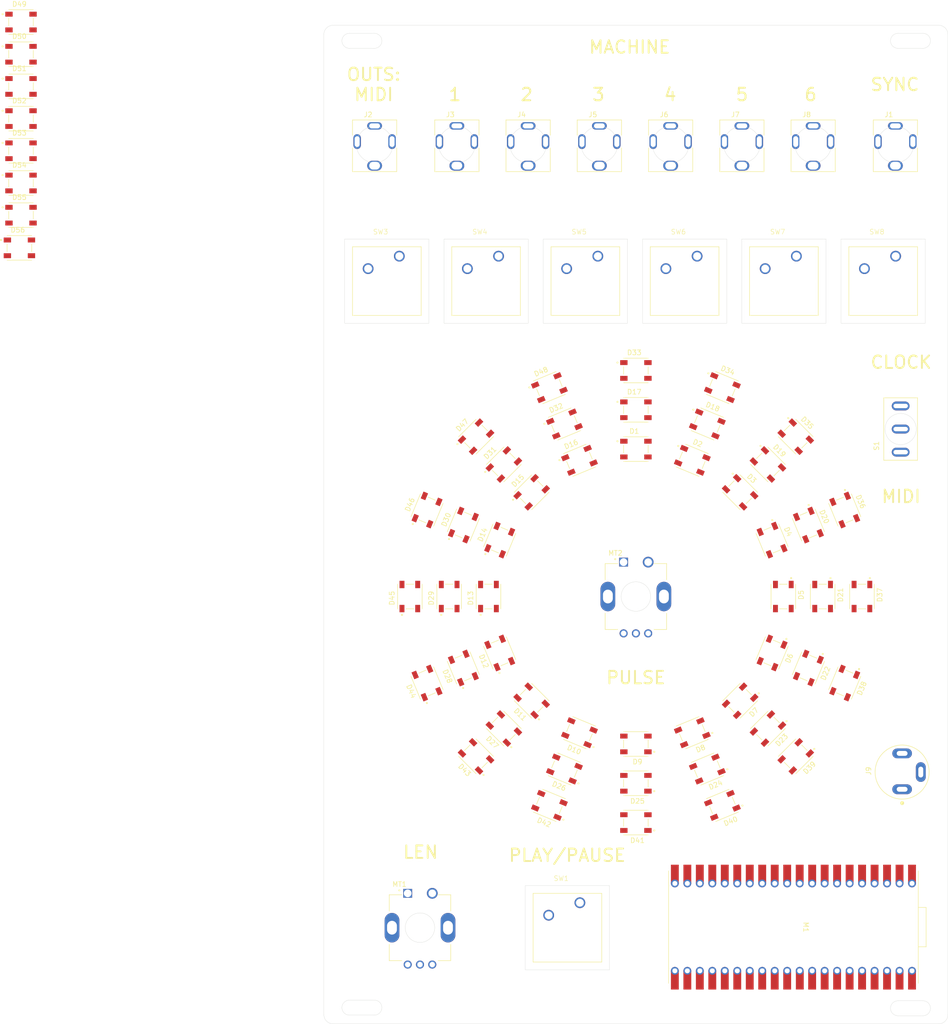
<source format=kicad_pcb>
(kicad_pcb (version 20221018) (generator pcbnew)
  (layers (0 "F.Cu" signal) (31 "B.Cu" signal) (34 "B.Paste" user) (35 "F.Paste" user) (36 "B.SilkS" user "B.Silkscreen") (37 "F.SilkS" user "F.Silkscreen") (38 "B.Mask" user) (39 "F.Mask" user) (44 "Edge.Cuts" user))
  (net 0 "")
  (net 1 "PWR_GND")
  (net 2 "Net-(D1-DOUT)")
  (net 3 "LED DIN")
  (net 4 "PWR_3V3")
  (net 5 "Net-(D2-DOUT)")
  (net 6 "Net-(D3-DOUT)")
  (net 7 "Net-(D4-DOUT)")
  (net 8 "Net-(D5-DOUT)")
  (net 9 "Net-(D6-DOUT)")
  (net 10 "Net-(D7-DOUT)")
  (net 11 "Net-(D10-DIN)")
  (net 12 "Net-(D10-DOUT)")
  (net 13 "Net-(D11-DOUT)")
  (net 14 "Net-(D12-DOUT)")
  (net 15 "Net-(D13-DOUT)")
  (net 16 "Net-(D14-DOUT)")
  (net 17 "Net-(D15-DOUT)")
  (net 18 "R2")
  (net 19 "Net-(D17-DOUT)")
  (net 20 "Net-(D18-DOUT)")
  (net 21 "Net-(D19-DOUT)")
  (net 22 "Net-(D20-DOUT)")
  (net 23 "Net-(D21-DOUT)")
  (net 24 "Net-(D22-DOUT)")
  (net 25 "Net-(D23-DOUT)")
  (net 26 "Net-(D24-DOUT)")
  (net 27 "Net-(D25-DOUT)")
  (net 28 "Net-(D26-DOUT)")
  (net 29 "Net-(D27-DOUT)")
  (net 30 "Net-(D28-DOUT)")
  (net 31 "Net-(D29-DOUT)")
  (net 32 "Net-(D30-DOUT)")
  (net 33 "Net-(D31-DOUT)")
  (net 34 "R3")
  (net 35 "Net-(D33-DOUT)")
  (net 36 "Net-(D34-DOUT)")
  (net 37 "Net-(D35-DOUT)")
  (net 38 "Net-(D36-DOUT)")
  (net 39 "Net-(D37-DOUT)")
  (net 40 "Net-(D38-DOUT)")
  (net 41 "Net-(D39-DOUT)")
  (net 42 "Net-(D40-DOUT)")
  (net 43 "Net-(D41-DOUT)")
  (net 44 "Net-(D42-DOUT)")
  (net 45 "Net-(D43-DOUT)")
  (net 46 "Net-(D44-DOUT)")
  (net 47 "Net-(D45-DOUT)")
  (net 48 "Net-(D46-DOUT)")
  (net 49 "Net-(D47-DOUT)")
  (net 50 "GEN")
  (net 51 "Net-(D49-DOUT)")
  (net 52 "Net-(D50-DOUT)")
  (net 53 "Net-(D51-DOUT)")
  (net 54 "Net-(D52-DOUT)")
  (net 55 "Net-(D53-DOUT)")
  (net 56 "Net-(D54-DOUT)")
  (net 57 "BTN_C6")
  (net 58 "BTN_C5")
  (net 59 "BTN_C4")
  (net 60 "BTN_C3")
  (net 61 "BTN_C2")
  (net 62 "BTN_C1")
  (net 63 "ENC2_BTN")
  (net 64 "IN_SWTCH")
  (net 65 "OUT_C6")
  (net 66 "OUT_C5")
  (net 67 "OUT_C4")
  (net 68 "OUT_C3")
  (net 69 "OUT_C2")
  (net 70 "OUT_C1")
  (net 71 "OUT_MIDI")
  (net 72 "ENC2_A")
  (net 73 "ENC2_B")
  (net 74 "BTN_PLAY")
  (net 77 "BTN_IN")
  (net 80 "ENC1_B")
  (net 81 "ENC1_A")
  (net 82 "IN")
  (net 85 "VSYS")
  (net 87 "Net-(D55-DOUT)")
  (net 91 "Net-(D1-DIN)")
  (footprint "1655:LED_1655" (layer "F.Cu") (at 30.973088 148.771911 135)
    (fp_text reference "D43" (at -0.324999 -3.635 135) (layer "F.SilkS"))
    (fp_text value "1655")
    (pad "1" smd rect (at -2.45 -1.6 225) (size 1 1.5) (layers "F.Cu" "F.Paste" "F.Mask") (net 1 "PWR_GND"))
    (pad "2" smd rect (at -2.45 1.6 225) (size 1 1.5) (layers "F.Cu" "F.Paste" "F.Mask") (net 44 "Net-(D42-DOUT)"))
    (pad "3" smd rect (at 2.45 1.6 225) (size 1 1.5) (layers "F.Cu" "F.Paste" "F.Mask") (net 4 "PWR_3V3"))
    (pad "4" smd rect (at 2.45 -1.6 225) (size 1 1.5) (layers "F.Cu" "F.Paste" "F.Mask") (net 45 "Net-(D43-DOUT)"))
  )
  (footprint "FC681374V:CLIFF_FC681374V" (layer "F.Cu") (at 116.31 24.53)
    (fp_text reference "J1" (at -1.325 -6.335) (layer "F.SilkS"))
    (fp_text value "FC681374V")
    (fp_circle (center 0 -0.25) (end 3.7 -0.25) (stroke (width 0.05)) (fill none) (layer "Edge.Cuts"))
    (pad "1" thru_hole oval (at 3.55 -0.85) (size 1.508 3.016) (drill oval 1 2.2) (layers "*.Cu" "*.Mask"))
    (pad "2" thru_hole oval (at 0 -4.05) (size 3.016 1.508) (drill oval 2.2 1) (layers "*.Cu" "*.Mask"))
    (pad "4" thru_hole oval (at -3.55 -0.85) (size 1.508 3.016) (drill oval 1 2.2) (layers "*.Cu" "*.Mask"))
    (pad "5" thru_hole oval (at 0 4.05) (size 3.016 2) (drill oval 2.2 1.55) (layers "*.Cu" "*.Mask"))
  )
  (footprint "1655:LED_1655" (layer "F.Cu") (at 63.5 86.245)
    (fp_text reference "D1" (at -0.325 -3.635) (layer "F.SilkS"))
    (fp_text value "1655")
    (pad "1" smd rect (at -2.45 -1.6 90) (size 1 1.5) (layers "F.Cu" "F.Paste" "F.Mask") (net 1 "PWR_GND"))
    (pad "2" smd rect (at -2.45 1.6 90) (size 1 1.5) (layers "F.Cu" "F.Paste" "F.Mask") (net 91 "Net-(D1-DIN)"))
    (pad "3" smd rect (at 2.45 1.6 90) (size 1 1.5) (layers "F.Cu" "F.Paste" "F.Mask") (net 4 "PWR_3V3"))
    (pad "4" smd rect (at 2.45 -1.6 90) (size 1 1.5) (layers "F.Cu" "F.Paste" "F.Mask") (net 2 "Net-(D1-DOUT)"))
  )
  (footprint "1655:LED_1655" (layer "F.Cu") (at 63.5 154.245 180)
    (fp_text reference "D25" (at -0.325 -3.635 180) (layer "F.SilkS"))
    (fp_text value "1655")
    (pad "1" smd rect (at -2.45 -1.6 270) (size 1 1.5) (layers "F.Cu" "F.Paste" "F.Mask") (net 1 "PWR_GND"))
    (pad "2" smd rect (at -2.45 1.6 270) (size 1 1.5) (layers "F.Cu" "F.Paste" "F.Mask") (net 26 "Net-(D24-DOUT)"))
    (pad "3" smd rect (at 2.45 1.6 270) (size 1 1.5) (layers "F.Cu" "F.Paste" "F.Mask") (net 4 "PWR_3V3"))
    (pad "4" smd rect (at 2.45 -1.6 270) (size 1 1.5) (layers "F.Cu" "F.Paste" "F.Mask") (net 27 "Net-(D25-DOUT)"))
  )
  (footprint "1655:LED_1655" (layer "F.Cu") (at 91.216385 104.764497 -67.5)
    (fp_text reference "D4" (at -0.325001 -3.634999 -67.5) (layer "F.SilkS"))
    (fp_text value "1655")
    (pad "1" smd rect (at -2.45 -1.6 22.5) (size 1 1.5) (layers "F.Cu" "F.Paste" "F.Mask") (net 1 "PWR_GND"))
    (pad "2" smd rect (at -2.45 1.6 22.5) (size 1 1.5) (layers "F.Cu" "F.Paste" "F.Mask") (net 6 "Net-(D3-DOUT)"))
    (pad "3" smd rect (at 2.45 1.6 22.5) (size 1 1.5) (layers "F.Cu" "F.Paste" "F.Mask") (net 4 "PWR_3V3"))
    (pad "4" smd rect (at 2.45 -1.6 22.5) (size 1 1.5) (layers "F.Cu" "F.Paste" "F.Mask") (net 7 "Net-(D4-DOUT)"))
  )
  (footprint "FC681374V:CLIFF_FC681374V" (layer "F.Cu") (at 41.57 24.53)
    (fp_text reference "J4" (at -1.325 -6.335) (layer "F.SilkS"))
    (fp_text value "FC681374V")
    (fp_circle (center 0 -0.25) (end 3.7 -0.25) (stroke (width 0.05)) (fill none) (layer "Edge.Cuts"))
    (pad "1" thru_hole oval (at 3.55 -0.85) (size 1.508 3.016) (drill oval 1 2.2) (layers "*.Cu" "*.Mask"))
    (pad "2" thru_hole oval (at 0 -4.05) (size 3.016 1.508) (drill oval 2.2 1) (layers "*.Cu" "*.Mask"))
    (pad "4" thru_hole oval (at -3.55 -0.85) (size 1.508 3.016) (drill oval 1 2.2) (layers "*.Cu" "*.Mask"))
    (pad "5" thru_hole oval (at 0 4.05) (size 3.016 2) (drill oval 2.2 1.55) (layers "*.Cu" "*.Mask"))
  )
  (footprint "1655:LED_1655" (layer "F.Cu") (at 48.958029 151.352422 157.5)
    (fp_text reference "D26" (at -0.324999 -3.635 157.5) (layer "F.SilkS"))
    (fp_text value "1655")
    (pad "1" smd rect (at -2.45 -1.6 247.5) (size 1 1.5) (layers "F.Cu" "F.Paste" "F.Mask") (net 1 "PWR_GND"))
    (pad "2" smd rect (at -2.45 1.6 247.5) (size 1 1.5) (layers "F.Cu" "F.Paste" "F.Mask") (net 27 "Net-(D25-DOUT)"))
    (pad "3" smd rect (at 2.45 1.6 247.5) (size 1 1.5) (layers "F.Cu" "F.Paste" "F.Mask") (net 4 "PWR_3V3"))
    (pad "4" smd rect (at 2.45 -1.6 247.5) (size 1 1.5) (layers "F.Cu" "F.Paste" "F.Mask") (net 28 "Net-(D26-DOUT)"))
  )
  (footprint "1655:LED_1655" (layer "F.Cu") (at -61.625 38.65)
    (fp_text reference "D55" (at -0.325 -3.635) (layer "F.SilkS"))
    (fp_text value "1655")
    (pad "1" smd rect (at -2.45 -1.6 90) (size 1 1.5) (layers "F.Cu" "F.Paste" "F.Mask") (net 1 "PWR_GND"))
    (pad "2" smd rect (at -2.45 1.6 90) (size 1 1.5) (layers "F.Cu" "F.Paste" "F.Mask") (net 56 "Net-(D54-DOUT)"))
    (pad "3" smd rect (at 2.45 1.6 90) (size 1 1.5) (layers "F.Cu" "F.Paste" "F.Mask") (net 4 "PWR_3V3"))
    (pad "4" smd rect (at 2.45 -1.6 90) (size 1 1.5) (layers "F.Cu" "F.Paste" "F.Mask") (net 87 "Net-(D55-DOUT)"))
  )
  (footprint "digikey-footprints:MX1A-11NW" (layer "F.Cu") (at 51.95 42.545)
    (fp_text reference "SW5" (at 0 -0.5 unlocked) (layer "F.SilkS") (effects (font (thickness 0.1))))
    (fp_text value "Switch_Tactile_CnK")
    (fp_rect (start -7.3025 0.9525) (end 9.8425 18.0975) (stroke (width 0.05)) (fill none) (layer "Edge.Cuts"))
    (pad "" np_thru_hole circle (at -3.81 9.525) (size 1.7 1.7) (drill 1.7) (layers "*.Cu" "*.Mask"))
    (pad "" np_thru_hole circle (at 1.27 9.525) (size 4 4) (drill 4) (layers "*.Cu" "*.Mask"))
    (pad "" np_thru_hole circle (at 6.35 9.525) (size 1.7 1.7) (drill 1.7) (layers "*.Cu" "*.Mask"))
    (pad "1" thru_hole circle (at 3.81 4.445) (size 2.2 2.2) (drill 1.6) (layers "*.Cu" "*.Mask"))
    (pad "2" thru_hole circle (at -2.54 6.985) (size 2.2 2.2) (drill 1.6) (layers "*.Cu" "*.Mask"))
  )
  (footprint "1655:LED_1655" (layer "F.Cu") (at 81.103437 73.746541 -22.5)
    (fp_text reference "D34" (at -0.325001 -3.635001 -22.5) (layer "F.SilkS"))
    (fp_text value "1655")
    (pad "1" smd rect (at -2.45 -1.6 67.5) (size 1 1.5) (layers "F.Cu" "F.Paste" "F.Mask") (net 1 "PWR_GND"))
    (pad "2" smd rect (at -2.45 1.6 67.5) (size 1 1.5) (layers "F.Cu" "F.Paste" "F.Mask") (net 35 "Net-(D33-DOUT)"))
    (pad "3" smd rect (at 2.45 1.6 67.5) (size 1 1.5) (layers "F.Cu" "F.Paste" "F.Mask") (net 4 "PWR_3V3"))
    (pad "4" smd rect (at 2.45 -1.6 67.5) (size 1 1.5) (layers "F.Cu" "F.Paste" "F.Mask") (net 36 "Net-(D34-DOUT)"))
  )
  (footprint "digikey-footprints:MX1A-11NW" (layer "F.Cu") (at 31.75 42.545)
    (fp_text reference "SW4" (at 0 -0.5 unlocked) (layer "F.SilkS") (effects (font (thickness 0.1))))
    (fp_text value "Switch_Tactile_CnK")
    (fp_rect (start -7.3025 0.9525) (end 9.8425 18.0975) (stroke (width 0.05)) (fill none) (layer "Edge.Cuts"))
    (pad "" np_thru_hole circle (at -3.81 9.525) (size 1.7 1.7) (drill 1.7) (layers "*.Cu" "*.Mask"))
    (pad "" np_thru_hole circle (at 1.27 9.525) (size 4 4) (drill 4) (layers "*.Cu" "*.Mask"))
    (pad "" np_thru_hole circle (at 6.35 9.525) (size 1.7 1.7) (drill 1.7) (layers "*.Cu" "*.Mask"))
    (pad "1" thru_hole circle (at 3.81 4.445) (size 2.2 2.2) (drill 1.6) (layers "*.Cu" "*.Mask"))
    (pad "2" thru_hole circle (at -2.54 6.985) (size 2.2 2.2) (drill 1.6) (layers "*.Cu" "*.Mask"))
  )
  (footprint "FC681374V:CLIFF_FC681374V" (layer "F.Cu") (at 70.57 24.53)
    (fp_text reference "J6" (at -1.325 -6.335) (layer "F.SilkS"))
    (fp_text value "FC681374V")
    (fp_circle (center 0 -0.25) (end 3.7 -0.25) (stroke (width 0.05)) (fill none) (layer "Edge.Cuts"))
    (pad "1" thru_hole oval (at 3.55 -0.85) (size 1.508 3.016) (drill oval 1 2.2) (layers "*.Cu" "*.Mask"))
    (pad "2" thru_hole oval (at 0 -4.05) (size 3.016 1.508) (drill oval 2.2 1) (layers "*.Cu" "*.Mask"))
    (pad "4" thru_hole oval (at -3.55 -0.85) (size 1.508 3.016) (drill oval 1 2.2) (layers "*.Cu" "*.Mask"))
    (pad "5" thru_hole oval (at 0 4.05) (size 3.016 2) (drill oval 2.2 1.55) (layers "*.Cu" "*.Mask"))
  )
  (footprint "1655:LED_1655" (layer "F.Cu") (at -61.625 12.45)
    (fp_text reference "D51" (at -0.325 -3.635) (layer "F.SilkS"))
    (fp_text value "1655")
    (pad "1" smd rect (at -2.45 -1.6 90) (size 1 1.5) (layers "F.Cu" "F.Paste" "F.Mask") (net 1 "PWR_GND"))
    (pad "2" smd rect (at -2.45 1.6 90) (size 1 1.5) (layers "F.Cu" "F.Paste" "F.Mask") (net 52 "Net-(D50-DOUT)"))
    (pad "3" smd rect (at 2.45 1.6 90) (size 1 1.5) (layers "F.Cu" "F.Paste" "F.Mask") (net 4 "PWR_3V3"))
    (pad "4" smd rect (at 2.45 -1.6 90) (size 1 1.5) (layers "F.Cu" "F.Paste" "F.Mask") (net 53 "Net-(D51-DOUT)"))
  )
  (footprint "PJ-064A:CUI_PJ-064A" (layer "F.Cu") (at 117.6775 155.465 90)
    (fp_text reference "J9" (at 3.724283 -6.82203 90) (layer "F.SilkS") (effects (font (size 1.000882 1.000882))))
    (fp_text value "PJ-064A")
    (pad "1" thru_hole oval (at 0 0 90) (size 2 4) (drill oval 1 2.2) (layers "*.Cu" "*.Mask"))
    (pad "2" thru_hole oval (at 3.5 3.8 90) (size 4 2) (drill oval 2.2 1) (layers "*.Cu" "*.Mask"))
    (pad "3" thru_hole oval (at 7.3 0 90) (size 2 4) (drill oval 1 2.2) (layers "*.Cu" "*.Mask"))
  )
  (footprint "1655:LED_1655" (layer "F.Cu") (at 33.5 116.245 90)
    (fp_text reference "D13" (at -0.325 -3.635 90) (layer "F.SilkS"))
    (fp_text value "1655")
    (pad "1" smd rect (at -2.45 -1.6 180) (size 1 1.5) (layers "F.Cu" "F.Paste" "F.Mask") (net 1 "PWR_GND"))
    (pad "2" smd rect (at -2.45 1.6 180) (size 1 1.5) (layers "F.Cu" "F.Paste" "F.Mask") (net 14 "Net-(D12-DOUT)"))
    (pad "3" smd rect (at 2.45 1.6 180) (size 1 1.5) (layers "F.Cu" "F.Paste" "F.Mask") (net 4 "PWR_3V3"))
    (pad "4" smd rect (at 2.45 -1.6 180) (size 1 1.5) (layers "F.Cu" "F.Paste" "F.Mask") (net 15 "Net-(D13-DOUT)"))
  )
  (footprint "1655:LED_1655" (layer "F.Cu") (at 45.896562 73.746541 22.5)
    (fp_text reference "D48" (at -0.325001 -3.635 22.5) (layer "F.SilkS"))
    (fp_text value "1655")
    (pad "1" smd rect (at -2.45 -1.6 112.5) (size 1 1.5) (layers "F.Cu" "F.Paste" "F.Mask") (net 1 "PWR_GND"))
    (pad "2" smd rect (at -2.45 1.6 112.5) (size 1 1.5) (layers "F.Cu" "F.Paste" "F.Mask") (net 49 "Net-(D47-DOUT)"))
    (pad "3" smd rect (at 2.45 1.6 112.5) (size 1 1.5) (layers "F.Cu" "F.Paste" "F.Mask") (net 4 "PWR_3V3"))
    (pad "4" smd rect (at 2.45 -1.6 112.5) (size 1 1.5) (layers "F.Cu" "F.Paste" "F.Mask") (net 50 "GEN"))
  )
  (footprint "1655:LED_1655" (layer "F.Cu") (at 45.896562 158.743458 157.5)
    (fp_text reference "D42" (at -0.324999 -3.635 157.5) (layer "F.SilkS"))
    (fp_text value "1655")
    (pad "1" smd rect (at -2.45 -1.6 247.5) (size 1 1.5) (layers "F.Cu" "F.Paste" "F.Mask") (net 1 "PWR_GND"))
    (pad "2" smd rect (at -2.45 1.6 247.5) (size 1 1.5) (layers "F.Cu" "F.Paste" "F.Mask") (net 43 "Net-(D41-DOUT)"))
    (pad "3" smd rect (at 2.45 1.6 247.5) (size 1 1.5) (layers "F.Cu" "F.Paste" "F.Mask") (net 4 "PWR_3V3"))
    (pad "4" smd rect (at 2.45 -1.6 247.5) (size 1 1.5) (layers "F.Cu" "F.Paste" "F.Mask") (net 44 "Net-(D42-DOUT)"))
  )
  (footprint "1655:LED_1655" (layer "F.Cu") (at 105.998458 133.848437 -112.5)
    (fp_text reference "D38" (at -0.325 -3.635 -112.5) (layer "F.SilkS"))
    (fp_text value "1655")
    (pad "1" smd rect (at -2.45 -1.6 337.5) (size 1 1.5) (layers "F.Cu" "F.Paste" "F.Mask") (net 1 "PWR_GND"))
    (pad "2" smd rect (at -2.45 1.6 337.5) (size 1 1.5) (layers "F.Cu" "F.Paste" "F.Mask") (net 39 "Net-(D37-DOUT)"))
    (pad "3" smd rect (at 2.45 1.6 337.5) (size 1 1.5) (layers "F.Cu" "F.Paste" "F.Mask") (net 4 "PWR_3V3"))
    (pad "4" smd rect (at 2.45 -1.6 337.5) (size 1 1.5) (layers "F.Cu" "F.Paste" "F.Mask") (net 40 "Net-(D38-DOUT)"))
  )
  (footprint "1655:LED_1655" (layer "F.Cu") (at 63.5 146.245 180)
    (fp_text reference "D9" (at -0.325 -3.635 180) (layer "F.SilkS"))
    (fp_text value "1655")
    (pad "1" smd rect (at -2.45 -1.6 270) (size 1 1.5) (layers "F.Cu" "F.Paste" "F.Mask") (net 1 "PWR_GND"))
    (pad "2" smd rect (at -2.45 1.6 270) (size 1 1.5) (layers "F.Cu" "F.Paste" "F.Mask") (net 3 "LED DIN"))
    (pad "3" smd rect (at 2.45 1.6 270) (size 1 1.5) (layers "F.Cu" "F.Paste" "F.Mask") (net 4 "PWR_3V3"))
    (pad "4" smd rect (at 2.45 -1.6 270) (size 1 1.5) (layers "F.Cu" "F.Paste" "F.Mask") (net 11 "Net-(D10-DIN)"))
  )
  (footprint "1655:LED_1655" (layer "F.Cu") (at 81.103437 158.743458 -157.5)
    (fp_text reference "D40" (at -0.325 -3.634999 -157.5) (layer "F.SilkS"))
    (fp_text value "1655")
    (pad "1" smd rect (at -2.45 -1.6 292.5) (size 1 1.5) (layers "F.Cu" "F.Paste" "F.Mask") (net 1 "PWR_GND"))
    (pad "2" smd rect (at -2.45 1.6 292.5) (size 1 1.5) (layers "F.Cu" "F.Paste" "F.Mask") (net 41 "Net-(D39-DOUT)"))
    (pad "3" smd rect (at 2.45 1.6 292.5) (size 1 1.5) (layers "F.Cu" "F.Paste" "F.Mask") (net 4 "PWR_3V3"))
    (pad "4" smd rect (at 2.45 -1.6 292.5) (size 1 1.5) (layers "F.Cu" "F.Paste" "F.Mask") (net 42 "Net-(D40-DOUT)"))
  )
  (footprint "1655:LED_1655" (layer "F.Cu") (at 36.629942 89.374942 45)
    (fp_text reference "D31" (at -0.325 -3.635 45) (layer "F.SilkS"))
    (fp_text value "1655")
    (pad "1" smd rect (at -2.45 -1.6 135) (size 1 1.5) (layers "F.Cu" "F.Paste" "F.Mask") (net 1 "PWR_GND"))
    (pad "2" smd rect (at -2.45 1.6 135) (size 1 1.5) (layers "F.Cu" "F.Paste" "F.Mask") (net 32 "Net-(D30-DOUT)"))
    (pad "3" smd rect (at 2.45 1.6 135) (size 1 1.5) (layers "F.Cu" "F.Paste" "F.Mask") (net 4 "PWR_3V3"))
    (pad "4" smd rect (at 2.45 -1.6 135) (size 1 1.5) (layers "F.Cu" "F.Paste" "F.Mask") (net 33 "Net-(D31-DOUT)"))
  )
  (footprint "1655:LED_1655" (layer "F.Cu") (at 90.370057 89.374942 -45)
    (fp_text reference "D19" (at -0.325 -3.635 -45) (layer "F.SilkS"))
    (fp_text value "1655")
    (pad "1" smd rect (at -2.45 -1.6 45) (size 1 1.5) (layers "F.Cu" "F.Paste" "F.Mask") (net 1 "PWR_GND"))
    (pad "2" smd rect (at -2.45 1.6 45) (size 1 1.5) (layers "F.Cu" "F.Paste" "F.Mask") (net 20 "Net-(D18-DOUT)"))
    (pad "3" smd rect (at 2.45 1.6 45) (size 1 1.5) (layers "F.Cu" "F.Paste" "F.Mask") (net 4 "PWR_3V3"))
    (pad "4" smd rect (at 2.45 -1.6 45) (size 1 1.5) (layers "F.Cu" "F.Paste" "F.Mask") (net 21 "Net-(D19-DOUT)"))
  )
  (footprint "FC681374V:CLIFF_FC681374V" (layer "F.Cu") (at 56.07 24.53)
    (fp_text reference "J5" (at -1.325 -6.335) (layer "F.SilkS"))
    (fp_text value "FC681374V")
    (fp_circle (center 0 -0.25) (end 3.7 -0.25) (stroke (width 0.05)) (fill none) (layer "Edge.Cuts"))
    (pad "1" thru_hole oval (at 3.55 -0.85) (size 1.508 3.016) (drill oval 1 2.2) (layers "*.Cu" "*.Mask"))
    (pad "2" thru_hole oval (at 0 -4.05) (size 3.016 1.508) (drill oval 2.2 1) (layers "*.Cu" "*.Mask"))
    (pad "4" thru_hole oval (at -3.55 -0.85) (size 1.508 3.016) (drill oval 1 2.2) (layers "*.Cu" "*.Mask"))
    (pad "5" thru_hole oval (at 0 4.05) (size 3.016 2) (drill oval 2.2 1.55) (layers "*.Cu" "*.Mask"))
  )
  (footprint "1655:LED_1655" (layer "F.Cu") (at 91.216385 127.725502 -112.5)
    (fp_text reference "D6" (at -0.325 -3.635 -112.5) (layer "F.SilkS"))
    (fp_text value "1655")
    (pad "1" smd rect (at -2.45 -1.6 337.5) (size 1 1.5) (layers "F.Cu" "F.Paste" "F.Mask") (net 1 "PWR_GND"))
    (pad "2" smd rect (at -2.45 1.6 337.5) (size 1 1.5) (layers "F.Cu" "F.Paste" "F.Mask") (net 8 "Net-(D5-DOUT)"))
    (pad "3" smd rect (at 2.45 1.6 337.5) (size 1 1.5) (layers "F.Cu" "F.Paste" "F.Mask") (net 4 "PWR_3V3"))
    (pad "4" smd rect (at 2.45 -1.6 337.5) (size 1 1.5) (layers "F.Cu" "F.Paste" "F.Mask") (net 9 "Net-(D6-DOUT)"))
  )
  (footprint "1655:LED_1655" (layer "F.Cu") (at 84.713203 95.031796 -45)
    (fp_text reference "D3" (at -0.325 -3.635 -45) (layer "F.SilkS"))
    (fp_text value "1655")
    (pad "1" smd rect (at -2.45 -1.6 45) (size 1 1.5) (layers "F.Cu" "F.Paste" "F.Mask") (net 1 "PWR_GND"))
    (pad "2" smd rect (at -2.45 1.6 45) (size 1 1.5) (layers "F.Cu" "F.Paste" "F.Mask") (net 5 "Net-(D2-DOUT)"))
    (pad "3" smd rect (at 2.45 1.6 45) (size 1 1.5) (layers "F.Cu" "F.Paste" "F.Mask") (net 4 "PWR_3V3"))
    (pad "4" smd rect (at 2.45 -1.6 45) (size 1 1.5) (layers "F.Cu" "F.Paste" "F.Mask") (net 6 "Net-(D3-DOUT)"))
  )
  (footprint "1655:LED_1655" (layer "F.Cu") (at 21.001541 98.641562 67.5)
    (fp_text reference "D46" (at -0.325 -3.635001 67.5) (layer "F.SilkS"))
    (fp_text value "1655")
    (pad "1" smd rect (at -2.45 -1.6 157.5) (size 1 1.5) (layers "F.Cu" "F.Paste" "F.Mask") (net 1 "PWR_GND"))
    (pad "2" smd rect (at -2.45 1.6 157.5) (size 1 1.5) (layers "F.Cu" "F.Paste" "F.Mask") (net 47 "Net-(D45-DOUT)"))
    (pad "3" smd rect (at 2.45 1.6 157.5) (size 1 1.5) (layers "F.Cu" "F.Paste" "F.Mask") (net 4 "PWR_3V3"))
    (pad "4" smd rect (at 2.45 -1.6 157.5) (size 1 1.5) (layers "F.Cu" "F.Paste" "F.Mask") (net 48 "Net-(D46-DOUT)"))
  )
  (footprint "1655:LED_1655" (layer "F.Cu") (at 63.5 70.245)
    (fp_text reference "D33" (at -0.325 -3.635) (layer "F.SilkS"))
    (fp_text value "1655")
    (pad "1" smd rect (at -2.45 -1.6 90) (size 1 1.5) (layers "F.Cu" "F.Paste" "F.Mask") (net 1 "PWR_GND"))
    (pad "2" smd rect (at -2.45 1.6 90) (size 1 1.5) (layers "F.Cu" "F.Paste" "F.Mask") (net 34 "R3"))
    (pad "3" smd rect (at 2.45 1.6 90) (size 1 1.5) (layers "F.Cu" "F.Paste" "F.Mask") (net 4 "PWR_3V3"))
    (pad "4" smd rect (at 2.45 -1.6 90) (size 1 1.5) (layers "F.Cu" "F.Paste" "F.Mask") (net 35 "Net-(D33-DOUT)"))
  )
  (footprint "1655:LED_1655" (layer "F.Cu") (at 28.392577 101.703029 67.5)
    (fp_text reference "D30" (at -0.325 -3.635001 67.5) (layer "F.SilkS"))
    (fp_text value "1655")
    (pad "1" smd rect (at -2.45 -1.6 157.5) (size 1 1.5) (layers "F.Cu" "F.Paste" "F.Mask") (net 1 "PWR_GND"))
    (pad "2" smd rect (at -2.45 1.6 157.5) (size 1 1.5) (layers "F.Cu" "F.Paste" "F.Mask") (net 31 "Net-(D29-DOUT)"))
    (pad "3" smd rect (at 2.45 1.6 157.5) (size 1 1.5) (layers "F.Cu" "F.Paste" "F.Mask") (net 4 "PWR_3V3"))
    (pad "4" smd rect (at 2.45 -1.6 157.5) (size 1 1.5) (layers "F.Cu" "F.Paste" "F.Mask") (net 32 "Net-(D30-DOUT)"))
  )
  (footprint "1655:LED_1655" (layer "F.Cu") (at -61.95 45.3)
    (fp_text reference "D56" (at -0.325 -3.635) (layer "F.SilkS"))
    (fp_text value "1655")
    (pad "1" smd rect (at -2.45 -1.6 90) (size 1 1.5) (layers "F.Cu" "F.Paste" "F.Mask"))
    (pad "2" smd rect (at -2.45 1.6 90) (size 1 1.5) (layers "F.Cu" "F.Paste" "F.Mask") (net 87 "Net-(D55-DOUT)"))
    (pad "3" smd rect (at 2.45 1.6 90) (size 1 1.5) (layers "F.Cu" "F.Paste" "F.Mask"))
    (pad "4" smd rect (at 2.45 -1.6 90) (size 1 1.5) (layers "F.Cu" "F.Paste" "F.Mask"))
  )
  (footprint "1655:LED_1655" (layer "F.Cu") (at 17.5 116.245 90)
    (fp_text reference "D45" (at -0.325 -3.635 90) (layer "F.SilkS"))
    (fp_text value "1655")
    (pad "1" smd rect (at -2.45 -1.6 180) (size 1 1.5) (layers "F.Cu" "F.Paste" "F.Mask") (net 1 "PWR_GND"))
    (pad "2" smd rect (at -2.45 1.6 180) (size 1 1.5) (layers "F.Cu" "F.Paste" "F.Mask") (net 46 "Net-(D44-DOUT)"))
    (pad "3" smd rect (at 2.45 1.6 180) (size 1 1.5) (layers "F.Cu" "F.Paste" "F.Mask") (net 4 "PWR_3V3"))
    (pad "4" smd rect (at 2.45 -1.6 180) (size 1 1.5) (layers "F.Cu" "F.Paste" "F.Mask") (net 47 "Net-(D45-DOUT)"))
  )
  (footprint "100SP1T1B1M1QEH:SW_100SP1T1B1M1QEH" (layer "F.Cu") (at 117.38 82.17 90)
    (fp_text reference "S1" (at -3.425 -4.915 90) (layer "F.SilkS"))
    (fp_text value "100SP1T1B1M1QEH")
    (fp_circle (center 0 0) (end 3.18 0) (stroke (width 0.05)) (fill none) (layer "Edge.Cuts"))
    (pad "1" thru_hole oval (at -4.7 0 90) (size 1.81 3.62) (drill oval 0.91 2.94) (layers "*.Cu" "*.Mask"))
    (pad "2" thru_hole oval (at 0 0 90) (size 1.81 3.62) (drill oval 0.91 2.94) (layers "*.Cu" "*.Mask"))
    (pad "3" thru_hole oval (at 4.7 0 90) (size 1.81 3.62) (drill oval 0.91 2.94) (layers "*.Cu" "*.Mask"))
  )
  (footprint "1655:LED_1655" (layer "F.Cu") (at -61.625 -0.65)
    (fp_text reference "D49" (at -0.325 -3.635) (layer "F.SilkS"))
    (fp_text value "1655")
    (pad "1" smd rect (at -2.45 -1.6 90) (size 1 1.5) (layers "F.Cu" "F.Paste" "F.Mask") (net 1 "PWR_GND"))
    (pad "2" smd rect (at -2.45 1.6 90) (size 1 1.5) (layers "F.Cu" "F.Paste" "F.Mask") (net 50 "GEN"))
    (pad "3" smd rect (at 2.45 1.6 90) (size 1 1.5) (layers "F.Cu" "F.Paste" "F.Mask") (net 4 "PWR_3V3"))
    (pad "4" smd rect (at 2.45 -1.6 90) (size 1 1.5) (layers "F.Cu" "F.Paste" "F.Mask") (net 51 "Net-(D49-DOUT)"))
  )
  (footprint "1655:LED_1655" (layer "F.Cu") (at 35.783614 127.725502 112.5)
    (fp_text reference "D12" (at -0.325 -3.635 112.5) (layer "F.SilkS"))
    (fp_text value "1655")
    (pad "1" smd rect (at -2.45 -1.6 202.5) (size 1 1.5) (layers "F.Cu" "F.Paste" "F.Mask") (net 1 "PWR_GND"))
    (pad "2" smd rect (at -2.45 1.6 202.5) (size 1 1.5) (layers "F.Cu" "F.Paste" "F.Mask") (net 13 "Net-(D11-DOUT)"))
    (pad "3" smd rect (at 2.45 1.6 202.5) (size 1 1.5) (layers "F.Cu" "F.Paste" "F.Mask") (net 4 "PWR_3V3"))
    (pad "4" smd rect (at 2.45 -1.6 202.5) (size 1 1.5) (layers "F.Cu" "F.Paste" "F.Mask") (net 14 "Net-(D12-DOUT)"))
  )
  (footprint "1655:LED_1655" (layer "F.Cu") (at 63.5 162.245 180)
    (fp_text reference "D41" (at -0.325 -3.635 180) (layer "F.SilkS"))
    (fp_text value "1655")
    (pad "1" smd rect (at -2.45 -1.6 270) (size 1 1.5) (layers "F.Cu" "F.Paste" "F.Mask") (net 1 "PWR_GND"))
    (pad "2" smd rect (at -2.45 1.6 270) (size 1 1.5) (layers "F.Cu" "F.Paste" "F.Mask") (net 42 "Net-(D40-DOUT)"))
    (pad "3" smd rect (at 2.45 1.6 270) (size 1 1.5) (layers "F.Cu" "F.Paste" "F.Mask") (net 4 "PWR_3V3"))
    (pad "4" smd rect (at 2.45 -1.6 270) (size 1 1.5) (layers "F.Cu" "F.Paste" "F.Mask") (net 43 "Net-(D41-DOUT)"))
  )
  (footprint "1655:LED_1655" (layer "F.Cu") (at 52.019497 88.528614 22.5)
    (fp_text reference "D16" (at -0.325001 -3.635 22.5) (layer "F.SilkS"))
    (fp_text value "1655")
    (pad "1" smd rect (at -2.45 -1.6 112.5) (size 1 1.5) (layers "F.Cu" "F.Paste" "F.Mask") (net 1 "PWR_GND"))
    (pad "2" smd rect (at -2.45 1.6 112.5) (size 1 1.5) (layers "F.Cu" "F.Paste" "F.Mask") (net 17 "Net-(D15-DOUT)"))
    (pad "3" smd rect (at 2.45 1.6 112.5) (size 1 1.5) (layers "F.Cu" "F.Paste" "F.Mask") (net 4 "PWR_3V3"))
    (pad "4" smd rect (at 2.45 -1.6 112.5) (size 1 1.5) (layers "F.Cu" "F.Paste" "F.Mask") (net 91 "Net-(D1-DIN)"))
  )
  (footprint "1655:LED_1655" (layer "F.Cu") (at 78.04197 151.352422 -157.5)
    (fp_text reference "D24" (at -0.325 -3.634999 -157.5) (layer "F.SilkS"))
    (fp_text value "1655")
    (pad "1" smd rect (at -2.45 -1.6 292.5) (size 1 1.5) (layers "F.Cu" "F.Paste" "F.Mask") (net 1 "PWR_GND"))
    (pad "2" smd rect (at -2.45 1.6 292.5) (size 1 1.5) (layers "F.Cu" "F.Paste" "F.Mask") (net 25 "Net-(D23-DOUT)"))
    (pad "3" smd rect (at 2.45 1.6 292.5) (size 1 1.5) (layers "F.Cu" "F.Paste" "F.Mask") (net 4 "PWR_3V3"))
    (pad "4" smd rect (at 2.45 -1.6 292.5) (size 1 1.5) (layers "F.Cu" "F.Paste" "F.Mask") (net 26 "Net-(D24-DOUT)"))
  )
  (footprint "1655:LED_1655" (layer "F.Cu") (at 42.286796 95.031796 45)
    (fp_text reference "D15" (at -0.325 -3.635 45) (layer "F.SilkS"))
    (fp_text value "1655")
    (pad "1" smd rect (at -2.45 -1.6 135) (size 1 1.5) (layers "F.Cu" "F.Paste" "F.Mask") (net 1 "PWR_GND"))
    (pad "2" smd rect (at -2.45 1.6 135) (size 1 1.5) (layers "F.Cu" "F.Paste" "F.Mask") (net 16 "Net-(D14-DOUT)"))
    (pad "3" smd rect (at 2.45 1.6 135) (size 1 1.5) (layers "F.Cu" "F.Paste" "F.Mask") (net 4 "PWR_3V3"))
    (pad "4" smd rect (at 2.45 -1.6 135) (size 1 1.5) (layers "F.Cu" "F.Paste" "F.Mask") (net 17 "Net-(D15-DOUT)"))
  )
  (footprint "1655:LED_1655" (layer "F.Cu") (at 28.392577 130.78697 112.5)
    (fp_text reference "D28" (at -0.325 -3.635 112.5) (layer "F.SilkS"))
    (fp_text value "1655")
    (pad "1" smd rect (at -2.45 -1.6 202.5) (size 1 1.5) (layers "F.Cu" "F.Paste" "F.Mask") (net 1 "PWR_GND"))
    (pad "2" smd rect (at -2.45 1.6 202.5) (size 1 1.5) (layers "F.Cu" "F.Paste" "F.Mask") (net 29 "Net-(D27-DOUT)"))
    (pad "3" smd rect (at 2.45 1.6 202.5) (size 1 1.5) (layers "F.Cu" "F.Paste" "F.Mask") (net 4 "PWR_3V3"))
    (pad "4" smd rect (at 2.45 -1.6 202.5) (size 1 1.5) (layers "F.Cu" "F.Paste" "F.Mask") (net 30 "Net-(D28-DOUT)"))
  )
  (footprint "1655:LED_1655" (layer "F.Cu") (at 74.980502 88.528614 -22.5)
    (fp_text reference "D2" (at -0.325001 -3.635001 -22.5) (layer "F.SilkS"))
    (fp_text value "1655")
    (pad "1" smd rect (at -2.45 -1.6 67.5) (size 1 1.5) (layers "F.Cu" "F.Paste" "F.Mask") (net 1 "PWR_GND"))
    (pad "2" smd rect (at -2.45 1.6 67.5) (size 1 1.5) (layers "F.Cu" "F.Paste" "F.Mask") (net 2 "Net-(D1-DOUT)"))
    (pad "3" smd rect (at 2.45 1.6 67.5) (size 1 1.5) (layers "F.Cu" "F.Paste" "F.Mask") (net 4 "PWR_3V3"))
    (pad "4" smd rect (at 2.45 -1.6 67.5) (size 1 1.5) (layers "F.Cu" "F.Paste" "F.Mask") (net 5 "Net-(D2-DOUT)"))
  )
  (footprint "1655:LED_1655" (layer "F.Cu") (at 96.026911 148.771911 -135)
    (fp_text reference "D39" (at -0.325 -3.634999 -135) (layer "F.SilkS"))
    (fp_text value "1655")
    (pad "1" smd rect (at -2.45 -1.6 315) (size 1 1.5) (layers "F.Cu" "F.Paste" "F.Mask") (net 1 "PWR_GND"))
    (pad "2" smd rect (at -2.45 1.6 315) (size 1 1.5) (layers "F.Cu" "F.Paste" "F.Mask") (net 40 "Net-(D38-DOUT)"))
    (pad "3" smd rect (at 2.45 1.6 315) (size 1 1.5) (layers "F.Cu" "F.Paste" "F.Mask") (net 4 "PWR_3V3"))
    (pad "4" smd rect (at 2.45 -1.6 315) (size 1 1.5) (layers "F.Cu" "F.Paste" "F.Mask") (net 41 "Net-(D39-DOUT)"))
  )
  (footprint "1655:LED_1655" (layer "F.Cu") (at 101.5 116.245 -90)
    (fp_text reference "D21" (at -0.325 -3.635 -90) (layer "F.SilkS"))
    (fp_text value "1655")
    (pad "1" smd rect (at -2.45 -1.6) (size 1 1.5) (layers "F.Cu" "F.Paste" "F.Mask") (net 1 "PWR_GND"))
    (pad "2" smd rect (at -2.45 1.6) (size 1 1.5) (layers "F.Cu" "F.Paste" "F.Mask") (net 22 "Net-(D20-DOUT)"))
    (pad "3" smd rect (at 2.45 1.6) (size 1 1.5) (layers "F.Cu" "F.Paste" "F.Mask") (net 4 "PWR_3V3"))
    (pad "4" smd rect (at 2.45 -1.6) (size 1 1.5) (layers "F.Cu" "F.Paste" "F.Mask") (net 23 "Net-(D21-DOUT)"))
  )
  (footprint "1655:LED_1655" (layer "F.Cu") (at 25.5 116.245 90)
    (fp_text reference "D29" (at -0.325 -3.635 90) (layer "F.SilkS"))
    (fp_text value "1655")
    (pad "1" smd rect (at -2.45 -1.6 180) (size 1 1.5) (layers "F.Cu" "F.Paste" "F.Mask") (net 1 "PWR_GND"))
    (pad "2" smd rect (at -2.45 1.6 180) (size 1 1.5) (layers "F.Cu" "F.Paste" "F.Mask") (net 30 "Net-(D28-DOUT)"))
    (pad "3" smd rect (at 2.45 1.6 180) (size 1 1.5) (layers "F.Cu" "F.Paste" "F.Mask") (net 4 "PWR_3V3"))
    (pad "4" smd rect (at 2.45 -1.6 180) (size 1 1.5) (layers "F.Cu" "F.Paste" "F.Mask") (net 31 "Net-(D29-DOUT)"))
  )
  (footprint "1655:LED_1655" (layer "F.Cu") (at 42.286796 137.458203 135)
    (fp_text reference "D11" (at -0.324999 -3.635 135) (layer "F.SilkS"))
    (fp_text value "1655")
    (pad "1" smd rect (at -2.45 -1.6 225) (size 1 1.5) (layers "F.Cu" "F.Paste" "F.Mask") (net 1 "PWR_GND"))
    (pad "2" smd rect (at -2.45 1.6 225) (size 1 1.5) (layers "F.Cu" "F.Paste" "F.Mask") (net 12 "Net-(D10-DOUT)"))
    (pad "3" smd rect (at 2.45 1.6 225) (size 1 1.5) (layers "F.Cu" "F.Paste" "F.Mask") (net 4 "PWR_3V3"))
    (pad "4" smd rect (at 2.45 -1.6 225) (size 1 1.5) (layers "F.Cu" "F.Paste" "F.Mask") (net 13 "Net-(D11-DOUT)"))
  )
  (footprint "1655:LED_1655" (layer "F.Cu") (at 98.607422 101.703029 -67.5)
    (fp_text reference "D20" (at -0.325001 -3.634999 -67.5) (layer "F.SilkS"))
    (fp_text value "1655")
    (pad "1" smd rect (at -2.45 -1.6 22.5) (size 1 1.5) (layers "F.Cu" "F.Paste" "F.Mask") (net 1 "PWR_GND"))
    (pad "2" smd rect (at -2.45 1.6 22.5) (size 1 1.5) (layers "F.Cu" "F.Paste" "F.Mask") (net 21 "Net-(D19-DOUT)"))
    (pad "3" smd rect (at 2.45 1.6 22.5) (size 1 1.5) (layers "F.Cu" "F.Paste" "F.Mask") (net 4 "PWR_3V3"))
    (pad "4" smd rect (at 2.45 -1.6 22.5) (size 1 1.5) (layers "F.Cu" "F.Paste" "F.Mask") (net 22 "Net-(D20-DOUT)"))
  )
  (footprint "1655:LED_1655" (layer "F.Cu") (at 90.370057 143.115057 -135)
    (fp_text reference "D23" (at -0.325 -3.634999 -135) (layer "F.SilkS"))
    (fp_text value "1655")
    (pad "1" smd rect (at -2.45 -1.6 315) (size 1 1.5) (layers "F.Cu" "F.Paste" "F.Mask") (net 1 "PWR_GND"))
    (pad "2" smd rect (at -2.45 1.6 315) (size 1 1.5) (layers "F.Cu" "F.Paste" "F.Mask") (net 24 "Net-(D22-DOUT)"))
    (pad "3" smd rect (at 2.45 1.6 315) (size 1 1.5) (layers "F.Cu" "F.Paste" "F.Mask") (net 4 "PWR_3V3"))
    (pad "4" smd rect (at 2.45 -1.6 315) (size 1 1.5) (layers "F.Cu" "F.Paste" "F.Mask") (net 25 "Net-(D23-DOUT)"))
  )
  (footprint "1655:LED_1655" (layer "F.Cu") (at 74.980502 143.961385 -157.5)
    (fp_text reference "D8" (at -0.325 -3.634999 -157.5) (layer "F.SilkS"))
    (fp_text value "1655")
    (pad "1" smd rect (at -2.45 -1.6 292.5) (size 1 1.5) (layers "F.Cu" "F.Paste" "F.Mask") (net 1 "PWR_GND"))
    (pad "2" smd rect (at -2.45 1.6 292.5) (size 1 1.5) (layers "F.Cu" "F.Paste" "F.Mask") (net 10 "Net-(D7-DOUT)"))
    (pad "3" smd rect (at 2.45 1.6 292.5) (size 1 1.5) (layers "F.Cu" "F.Paste" "F.Mask") (net 4 "PWR_3V3"))
    (pad "4" smd rect (at 2.45 -1.6 292.5) (size 1 1.5) (layers "F.Cu" "F.Paste" "F.Mask") (net 18 "R2"))
  )
  (footprint "digikey-footprints:MX1A-11NW" (layer "F.Cu") (at 92.35 42.545)
    (fp_text reference "SW7" (at 0 -0.5 unlocked) (layer "F.SilkS") (effects (font (thickness 0.1))))
    (fp_text value "Switch_Tactile_CnK")
    (fp_rect (start -7.3025 0.9525) (end 9.8425 18.0975) (stroke (width 0.05)) (fill none) (layer "Edge.Cuts"))
    (pad "" np_thru_hole circle (at -3.81 9.525) (size 1.7 1.7) (drill 1.7) (layers "*.Cu" "*.Mask"))
    (pad "" np_thru_hole circle (at 1.27 9.525) (size 4 4) (drill 4) (layers "*.Cu" "*.Mask"))
    (pad "" np_thru_hole circle (at 6.35 9.525) (size 1.7 1.7) (drill 1.7) (layers "*.Cu" "*.Mask"))
    (pad "1" thru_hole circle (at 3.81 4.445) (size 2.2 2.2) (drill 1.6) (layers "*.Cu" "*.Mask"))
    (pad "2" thru_hole circle (at -2.54 6.985) (size 2.2 2.2) (drill 1.6) (layers "*.Cu" "*.Mask"))
  )
  (footprint "fab:RaspberryPi_PicoW_Combined" (layer "F.Cu") (at 95.56 183.515 -90)
    (fp_text reference "M1" (at 0.0025 -2.54 -90 unlocked) (layer "F.SilkS"))
    (fp_text value "Module_RaspberryPi_PicoW_Combined")
    (pad "1" smd rect (at -10.795 -24.13 270) (size 3.81 1.6) (layers "F.Cu" "F.Paste" "F.Mask") (net 57 "BTN_C6"))
    (pad "1" thru_hole circle (at -8.89 -24.13 270) (size 1.6 1.6) (drill 1) (layers "*.Cu" "*.Mask") (net 57 "BTN_C6"))
    (pad "2" smd rect (at -10.795 -21.59 270) (size 3.81 1.6) (layers "F.Cu" "F.Paste" "F.Mask") (net 58 "BTN_C5"))
    (pad "2" thru_hole circle (at -8.89 -21.59 270) (size 1.6 1.6) (drill 1) (layers "*.Cu" "*.Mask") (net 58 "BTN_C5"))
    (pad "3" smd rect (at -10.795 -19.05 270) (size 3.81 1.6) (layers "F.Cu" "F.Paste" "F.Mask") (net 1 "PWR_GND"))
    (pad "3" thru_hole circle (at -8.89 -19.05 270) (size 1.6 1.6) (drill 1) (layers "*.Cu" "*.Mask") (net 1 "PWR_GND"))
    (pad "4" smd rect (at -10.795 -16.51 270) (size 3.81 1.6) (layers "F.Cu" "F.Paste" "F.Mask") (net 59 "BTN_C4"))
    (pad "4" thru_hole circle (at -8.89 -16.51 270) (size 1.6 1.6) (drill 1) (layers "*.Cu" "*.Mask") (net 59 "BTN_C4"))
    (pad "5" smd rect (at -10.795 -13.97 270) (size 3.81 1.6) (layers "F.Cu" "F.Paste" "F.Mask") (net 60 "BTN_C3"))
    (pad "5" thru_hole circle (at -8.89 -13.97 270) (size 1.6 1.6) (drill 1) (layers "*.Cu" "*.Mask") (net 60 "BTN_C3"))
    (pad "6" smd rect (at -10.795 -11.43 270) (size 3.81 1.6) (layers "F.Cu" "F.Paste" "F.Mask") (net 61 "BTN_C2"))
    (pad "6" thru_hole circle (at -8.89 -11.43 270) (size 1.6 1.6) (drill 1) (layers "*.Cu" "*.Mask") (net 61 "BTN_C2"))
    (pad "7" smd rect (at -10.795 -8.89 270) (size 3.81 1.6) (layers "F.Cu" "F.Paste" "F.Mask") (net 62 "BTN_C1"))
    (pad "7" thru_hole circle (at -8.89 -8.89 270) (size 1.6 1.6) (drill 1) (layers "*.Cu" "*.Mask") (net 62 "BTN_C1"))
    (pad "8" smd rect (at -10.795 -6.35 270) (size 3.81 1.6) (layers "F.Cu" "F.Paste" "F.Mask") (net 1 "PWR_GND"))
    (pad "8" thru_hole circle (at -8.89 -6.35 270) (size 1.6 1.6) (drill 1) (layers "*.Cu" "*.Mask") (net 1 "PWR_GND"))
    (pad "9" smd rect (at -10.795 -3.819556 270) (size 3.81 1.6) (layers "F.Cu" "F.Paste" "F.Mask") (net 63 "ENC2_BTN"))
    (pad "9" thru_hole circle (at -8.89 -3.81 270) (size 1.6 1.6) (drill 1) (layers "*.Cu" "*.Mask") (net 63 "ENC2_BTN"))
    (pad "10" smd rect (at -10.795 -1.27 270) (size 3.81 1.6) (layers "F.Cu" "F.Paste" "F.Mask") (net 64 "IN_SWTCH"))
    (pad "10" thru_hole circle (at -8.89 -1.27 270) (size 1.6 1.6) (drill 1) (layers "*.Cu" "*.Mask") (net 64 "IN_SWTCH"))
    (pad "11" smd rect (at -10.795 1.27 270) (size 3.81 1.6) (layers "F.Cu" "F.Paste" "F.Mask") (net 65 "OUT_C6"))
    (pad "11" thru_hole circle (at -8.89 1.27 270) (size 1.6 1.6) (drill 1) (layers "*.Cu" "*.Mask") (net 65 "OUT_C6"))
    (pad "12" smd rect (at -10.795 3.81 270) (size 3.81 1.6) (layers "F.Cu" "F.Paste" "F.Mask") (net 66 "OUT_C5"))
    (pad "12" thru_hole circle (at -8.89 3.81 270) (size 1.6 1.6) (drill 1) (layers "*.Cu" "*.Mask") (net 66 "OUT_C5"))
    (pad "13" smd rect (at -10.795 6.35 270) (size 3.81 1.6) (layers "F.Cu" "F.Paste" "F.Mask") (net 1 "PWR_GND"))
    (pad "13" thru_hole circle (at -8.89 6.35 270) (size 1.6 1.6) (drill 1) (layers "*.Cu" "*.Mask") (net 1 "PWR_GND"))
    (pad "14" smd rect (at -10.795 8.89 270) (size 3.81 1.6) (layers "F.Cu" "F.Paste" "F.Mask") (net 67 "OUT_C4"))
    (pad "14" thru_hole circle (at -8.89 8.89 270) (size 1.6 1.6) (drill 1) (layers "*.Cu" "*.Mask") (net 67 "OUT_C4"))
    (pad "15" smd rect (at -10.795 11.43 270) (size 3.81 1.6) (layers "F.Cu" "F.Paste" "F.Mask") (net 68 "OUT_C3"))
    (pad "15" thru_hole circle (at -8.89 11.43 270) (size 1.6 1.6) (drill 1) (layers "*.Cu" "*.Mask") (net 68 "OUT_C3"))
    (pad "16" smd rect (at -10.795 13.97 270) (size 3.81 1.6) (layers "F.Cu" "F.Paste" "F.Mask") (net 69 "OUT_C2"))
    (pad "16" thru_hole circle (at -8.89 13.97 270) (size 1.6 1.6) (drill 1) (layers "*.Cu" "*.Mask") (net 69 "OUT_C2"))
    (pad "17" smd rect (at -10.795 16.51 270) (size 3.81 1.6) (layers "F.Cu" "F.Paste" "F.Mask") (net 70 "OUT_C1"))
    (pad "17" thru_hole circle (at -8.89 16.51 270) (size 1.6 1.6) (drill 1) (layers "*.Cu" "*.Mask") (net 70 "OUT_C1"))
    (pad "18" smd rect (at -10.795 19.05 270) (size 3.81 1.6) (layers "F.Cu" "F.Paste" "F.Mask") (net 1 "PWR_GND"))
    (pad "18" thru_hole circle (at -8.89 19.05 270) (size 1.6 1.6) (drill 1) (layers "*.Cu" "*.Mask") (net 1 "PWR_GND"))
    (pad "19" smd rect (at -10.795 21.59 270) (size 3.81 1.6) (layers "F.Cu" "F.Paste" "F.Mask") (net 71 "OUT_MIDI"))
    (pad "19" thru_hole circle (at -8.89 21.59 270) (size 1.6 1.6) (drill 1) (layers "*.Cu" "*.Mask") (net 71 "OUT_MIDI"))
    (pad "20" smd rect (at -10.795 24.13 270) (size 3.81 1.6) (layers "F.Cu" "F.Paste" "F.Mask") (net 3 "LED DIN"))
    (pad "20" thru_hole circle (at -8.89 24.13 270) (size 1.6 1.6) (drill 1) (layers "*.Cu" "*.Mask") (net 3 "LED DIN"))
    (pad "21" thru_hole circle (at 8.89 24.13 270) (size 1.6 1.6) (drill 1) (layers "*.Cu" "*.Mask") (net 72 "ENC2_A"))
    (pad "21" smd rect (at 10.795 24.13 270) (size 3.81 1.6) (layers "F.Cu" "F.Paste" "F.Mask") (net 72 "ENC2_A"))
    (pad "22" thru_hole circle (at 8.89 21.59 270) (size 1.6 1.6) (drill 1) (layers "*.Cu" "*.Mask") (net 73 "ENC2_B"))
    (pad "22" smd rect (at 10.795 21.59 270) (size 3.81 1.6) (layers "F.Cu" "F.Paste" "F.Mask") (net 73 "ENC2_B"))
    (pad "23" thru_hole circle (at 8.89 19.05 270) (size 1.6 1.6) (drill 1) (layers "*.Cu" "*.Mask") (net 1 "PWR_GND"))
    (pad "23" smd rect (at 10.795 19.05 270) (size 3.81 1.6) (layers "F.Cu" "F.Paste" "F.Mask") (net 1 "PWR_GND"))
    (pad "24" thru_hole circle (at 8.89 16.51 270) (size 1.6 1.6) (drill 1) (layers "*.Cu" "*.Mask") (net 74 "BTN_PLAY"))
    (pad "24" smd rect (at 10.795 16.51 270) (size 3.81 1.6) (layers "F.Cu" "F.Paste" "F.Mask") (net 74 "BTN_PLAY"))
    (pad "25" thru_hole circle (at 8.89 13.97 270) (size 1.6 1.6) (drill 1) (layers "*.Cu" "*.Mask"))
    (pad "25" smd rect (at 10.795 13.97 270) (size 3.81 1.6) (layers "F.Cu" "F.Paste" "F.Mask"))
    (pad "26" thru_hole circle (at 8.89 11.43 270) (size 1.6 1.6) (drill 1) (layers "*.Cu" "*.Mask"))
    (pad "26" smd rect (at 10.795 11.43 270) (size 3.81 1.6) (layers "F.Cu" "F.Paste" "F.Mask"))
    (pad "27" thru_hole circle (at 8.89 8.89 270) (size 1.6 1.6) (drill 1) (layers "*.Cu" "*.Mask") (net 77 "BTN_IN"))
    (pad "27" smd rect (at 10.795 8.89 270) (size 3.81 1.6) (layers "F.Cu" "F.Paste" "F.Mask") (net 77 "BTN_IN"))
    (pad "28" thru_hole circle (at 8.89 6.35 270) (size 1.6 1.6) (drill 1) (layers "*.Cu" "*.Mask") (net 1 "PWR_GND"))
    (pad "28" smd rect (at 10.795 6.35 270) (size 3.81 1.6) (layers "F.Cu" "F.Paste" "F.Mask") (net 1 "PWR_GND"))
    (pad "29" thru_hole circle (at 8.89 3.81 270) (size 1.6 1.6) (drill 1) (layers "*.Cu" "*.Mask"))
    (pad "29" smd rect (at 10.795 3.81 270) (size 3.81 1.6) (layers "F.Cu" "F.Paste" "F.Mask"))
    (pad "30" thru_hole circle (at 8.89 1.27 270) (size 1.6 1.6) (drill 1) (layers "*.Cu" "*.Mask"))
    (pad "30" smd rect (at 10.795 1.27 270) (size 3.81 1.6) (layers "F.Cu" "F.Paste" "F.Mask"))
    (pad "31" thru_hole circle (at 8.89 -1.27 270) (size 1.6 1.6) (drill 1) (layers "*.Cu" "*.Mask") (net 80 "ENC1_B"))
    (pad "31" smd rect (at 10.786443 -1.297864 270) (size 3.81 1.6) (layers "F.Cu" "F.Paste" "F.Mask") (net 80 "ENC1_B"))
    (pad "32" thru_hole circle (at 8.89 -3.81 270) (size 1.6 1.6) (drill 1) (layers "*.Cu" "*.Mask") (net 81 "ENC1_A"))
    (pad "32" smd rect (at 10.795 -3.81 270) (size 3.81 1.6) (layers "F.Cu" "F.Paste" "F.Mask") (net 81 "ENC1_A"))
    (pad "33" thru_hole circle (at 8.89 -6.35 270) (size 1.6 1.6) (drill 1) (layers "*.Cu" "*.Mask") (net 1 "PWR_GND"))
    (pad "33" smd rect (at 10.795 -6.35 270) (size 3.81 1.6) (layers "F.Cu" "F.Paste" "F.Mask") (net 1 "PWR_GND"))
    (pad "34" thru_hole circle (at 8.89 -8.89 270) (size 1.6 1.6) (drill 1) (layers "*.Cu" "*.Mask") (net 82 "IN"))
    (pad "34" smd rect (at 10.795 -8.89 270) (size 3.81 1.6) (layers "F.Cu" "F.Paste" "F.Mask") (net 82 "IN"))
    (pad "35" thru_hole circle (at 8.89 -11.43 270) (size 1.6 1.6) (drill 1) (layers "*.Cu" "*.Mask"))
    (pad "35" smd rect (at 10.795 -11.43 270) (size 3.81 1.6) (layers "F.Cu" "F.Paste" "F.Mask"))
    (pad "36" thru_hole circle (at 8.89 -13.97 270) (size 1.6 1.6) (drill 1) (layers "*.Cu" "*.Mask") (net 4 "PWR_3V3"))
    (pad "36" smd rect (at 10.795 -13.97 270) (size 3.81 1.6) (layers "F.Cu" "F.Paste" "F.Mask") (net 4 "PWR_3V3"))
    (pad "37" thru_hole circle (at 8.89 -16.51 270) (size 1.6 1.6) (drill 1) (layers "*.Cu" "*.Mask"))
    (pad "37" smd rect (at 10.795 -16.51 270) (size 3.81 1.6) (layers "F.Cu" "F.Paste" "F.Mask"))
    (pad "38" thru_hole circle (at 8.89 -19.05 270) (size 1.6 1.6) (drill 1) (layers "*.Cu" "*.Mask") (net 1 "PWR_GND"))
    (pad "38" smd rect (at 10.795 -19.05 270) (size 3.81 1.6) (layers "F.Cu" "F.Paste" "F.Mask") (net 1 "PWR_GND"))
    (pad "39" thru_hole circle (at 8.89 -21.59 270) (size 1.6 1.6) (drill 1) (layers "*.Cu" "*.Mask") (net 85 "VSYS"))
    (pad "39" smd rect (at 10.795 -21.59 270) (size 3.81 1.6) (layers "F.Cu" "F.Paste" "F.Mask") (net 85 "VSYS"))
    (pad "40" thru_hole circle (at 8.89 -24.13 270) (size 1.6 1.6) (drill 1) (layers "*.Cu" "*.Mask"))
    (pad "40" smd rect (at 10.795 -24.13 270) (size 3.81 1.6) (layers "F.Cu" "F.Paste" "F.Mask"))
  )
  (footprint "1655:LED_1655" (layer "F.Cu") (at -61.625 25.55)
    (fp_text reference "D53" (at -0.325 -3.635) (layer "F.SilkS"))
    (fp_text value "1655")
    (pad "1" smd rect (at -2.45 -1.6 90) (size 1 1.5) (layers "F.Cu" "F.Paste" "F.Mask") (net 1 "PWR_GND"))
    (pad "2" smd rect (at -2.45 1.6 90) (size 1 1.5) (layers "F.Cu" "F.Paste" "F.Mask") (net 54 "Net-(D52-DOUT)"))
    (pad "3" smd rect (at 2.45 1.6 90) (size 1 1.5) (layers "F.Cu" "F.Paste" "F.Mask") (net 4 "PWR_3V3"))
    (pad "4" smd rect (at 2.45 -1.6 90) (size 1 1.5) (layers "F.Cu" "F.Paste" "F.Mask") (net 55 "Net-(D53-DOUT)"))
  )
  (footprint "1655:LED_1655" (layer "F.Cu") (at 105.998458 98.641562 -67.5)
    (fp_text reference "D36" (at -0.325001 -3.634999 -67.5) (layer "F.SilkS"))
    (fp_text value "1655")
    (pad "1" smd rect (at -2.45 -1.6 22.5) (size 1 1.5) (layers "F.Cu" "F.Paste" "F.Mask") (net 1 "PWR_GND"))
    (pad "2" smd rect (at -2.45 1.6 22.5) (size 1 1.5) (layers "F.Cu" "F.Paste" "F.Mask") (net 37 "Net-(D35-DOUT)"))
    (pad "3" smd rect (at 2.45 1.6 22.5) (size 1 1.5) (layers "F.Cu" "F.Paste" "F.Mask") (net 4 "PWR_3V3"))
    (pad "4" smd rect (at 2.45 -1.6 22.5) (size 1 1.5) (layers "F.Cu" "F.Paste" "F.Mask") (net 38 "Net-(D36-DOUT)"))
  )
  (footprint "1655:LED_1655" (layer "F.Cu") (at 96.026911 83.718088 -45)
    (fp_text reference "D35" (at -0.325 -3.635 -45) (layer "F.SilkS"))
    (fp_text value "1655")
    (pad "1" smd rect (at -2.45 -1.6 45) (size 1 1.5) (layers "F.Cu" "F.Paste" "F.Mask") (net 1 "PWR_GND"))
    (pad "2" smd rect (at -2.45 1.6 45) (size 1 1.5) (layers "F.Cu" "F.Paste" "F.Mask") (net 36 "Net-(D34-DOUT)"))
    (pad "3" smd rect (at 2.45 1.6 45) (size 1 1.5) (layers "F.Cu" "F.Paste" "F.Mask") (net 4 "PWR_3V3"))
    (pad "4" smd rect (at 2.45 -1.6 45) (size 1 1.5) (layers "F.Cu" "F.Paste" "F.Mask") (net 37 "Net-(D35-DOUT)"))
  )
  (footprint "FC681374V:CLIFF_FC681374V" (layer "F.Cu") (at 27.07 24.53)
    (fp_text reference "J3" (at -1.325 -6.335) (layer "F.SilkS"))
    (fp_text value "FC681374V")
    (fp_circle (center 0 -0.25) (end 3.7 -0.25) (stroke (width 0.05)) (fill none) (layer "Edge.Cuts"))
    (pad "1" thru_hole oval (at 3.55 -0.85) (size 1.508 3.016) (drill oval 1 2.2) (layers "*.Cu" "*.Mask"))
    (pad "2" thru_hole oval (at 0 -4.05) (size 3.016 1.508) (drill oval 2.2 1) (layers "*.Cu" "*.Mask"))
    (pad "4" thru_hole oval (at -3.55 -0.85) (size 1.508 3.016) (drill oval 1 2.2) (layers "*.Cu" "*.Mask"))
    (pad "5" thru_hole oval (at 0 4.05) (size 3.016 2) (drill oval 2.2 1.55) (layers "*.Cu" "*.Mask"))
  )
  (footprint "1655:LED_1655" (layer "F.Cu") (at 21.001541 133.848437 112.5)
    (fp_text reference "D44" (at -0.325 -3.635 112.5) (layer "F.SilkS"))
    (fp_text value "1655")
    (pad "1" smd rect (at -2.45 -1.6 202.5) (size 1 1.5) (layers "F.Cu" "F.Paste" "F.Mask") (net 1 "PWR_GND"))
    (pad "2" smd rect (at -2.45 1.6 202.5) (size 1 1.5) (layers "F.Cu" "F.Paste" "F.Mask") (net 45 "Net-(D43-DOUT)"))
    (pad "3" smd rect (at 2.45 1.6 202.5) (size 1 1.5) (layers "F.Cu" "F.Paste" "F.Mask") (net 4 "PWR_3V3"))
    (pad "4" smd rect (at 2.45 -1.6 202.5) (size 1 1.5) (layers "F.Cu" "F.Paste" "F.Mask") (net 46 "Net-(D44-DOUT)"))
  )
  (footprint "FC681374V:CLIFF_FC681374V" (layer "F.Cu") (at 10.33 24.53)
    (fp_text reference "J2" (at -1.325 -6.335) (layer "F.SilkS"))
    (fp_text value "FC681374V")
    (fp_circle (center 0 -0.25) (end 3.7 -0.25) (stroke (width 0.05)) (fill none) (layer "Edge.Cuts"))
    (pad "1" thru_hole oval (at 3.55 -0.85) (size 1.508 3.016) (drill oval 1 2.2) (layers "*.Cu" "*.Mask"))
    (pad "2" thru_hole oval (at 0 -4.05) (size 3.016 1.508) (drill oval 2.2 1) (layers "*.Cu" "*.Mask"))
    (pad "4" thru_hole oval (at -3.55 -0.85) (size 1.508 3.016) (drill oval 1 2.2) (layers "*.Cu" "*.Mask"))
    (pad "5" thru_hole oval (at 0 4.05) (size 3.016 2) (drill oval 2.2 1.55) (layers "*.Cu" "*.Mask"))
  )
  (footprint "1655:LED_1655" (layer "F.Cu") (at 98.607422 130.78697 -112.5)
    (fp_text reference "D22" (at -0.325 -3.635 -112.5) (layer "F.SilkS"))
    (fp_text value "1655")
    (pad "1" smd rect (at -2.45 -1.6 337.5) (size 1 1.5) (layers "F.Cu" "F.Paste" "F.Mask") (net 1 "PWR_GND"))
    (pad "2" smd rect (at -2.45 1.6 337.5) (size 1 1.5) (layers "F.Cu" "F.Paste" "F.Mask") (net 23 "Net-(D21-DOUT)"))
    (pad "3" smd rect (at 2.45 1.6 337.5) (size 1 1.5) (layers "F.Cu" "F.Paste" "F.Mask") (net 4 "PWR_3V3"))
    (pad "4" smd rect (at 2.45 -1.6 337.5) (size 1 1.5) (layers "F.Cu" "F.Paste" "F.Mask") (net 24 "Net-(D22-DOUT)"))
  )
  (footprint "1655:LED_1655" (layer "F.Cu") (at -61.625 19)
    (fp_text reference "D52" (at -0.325 -3.635) (layer "F.SilkS"))
    (fp_text value "1655")
    (pad "1" smd rect (at -2.45 -1.6 90) (size 1 1.5) (layers "F.Cu" "F.Paste" "F.Mask") (net 1 "PWR_GND"))
    (pad "2" smd rect (at -2.45 1.6 90) (size 1 1.5) (layers "F.Cu" "F.Paste" "F.Mask") (net 53 "Net-(D51-DOUT)"))
    (pad "3" smd rect (at 2.45 1.6 90) (size 1 1.5) (layers "F.Cu" "F.Paste" "F.Mask") (net 4 "PWR_3V3"))
    (pad "4" smd rect (at 2.45 -1.6 90) (size 1 1.5) (layers "F.Cu" "F.Paste" "F.Mask") (net 54 "Net-(D52-DOUT)"))
  )
  (footprint "1655:LED_1655" (layer "F.Cu") (at 48.958029 81.137577 22.5)
    (fp_text reference "D32" (at -0.325001 -3.635 22.5) (layer "F.SilkS"))
    (fp_text value "1655")
    (pad "1" smd rect (at -2.45 -1.6 112.5) (size 1 1.5) (layers "F.Cu" "F.Paste" "F.Mask") (net 1 "PWR_GND"))
    (pad "2" smd rect (at -2.45 1.6 112.5) (size 1 1.5) (layers "F.Cu" "F.Paste" "F.Mask") (net 33 "Net-(D31-DOUT)"))
    (pad "3" smd rect (at 2.45 1.6 112.5) (size 1 1.5) (layers "F.Cu" "F.Paste" "F.Mask") (net 4 "PWR_3V3"))
    (pad "4" smd rect (at 2.45 -1.6 112.5) (size 1 1.5) (layers "F.Cu" "F.Paste" "F.Mask") (net 34 "R3"))
  )
  (footprint "1655:LED_1655" (layer "F.Cu") (at 52.019497 143.961385 157.5)
    (fp_text reference "D10" (at -0.324999 -3.635 157.5) (layer "F.SilkS"))
    (fp_text value "1655")
    (pad "1" smd rect (at -2.45 -1.6 247.5) (size 1 1.5) (layers "F.Cu" "F.Paste" "F.Mask") (net 1 "PWR_GND"))
    (pad "2" smd rect (at -2.45 1.6 247.5) (size 1 1.5) (layers "F.Cu" "F.Paste" "F.Mask") (net 11 "Net-(D10-DIN)"))
    (pad "3" smd rect (at 2.45 1.6 247.5) (size 1 1.5) (layers "F.Cu" "F.Paste" "F.Mask") (net 4 "PWR_3V3"))
    (pad "4" smd rect (at 2.45 -1.6 247.5) (size 1 1.5) (layers "F.Cu" "F.Paste" "F.Mask") (net 12 "Net-(D10-DOUT)"))
  )
  (footprint "1655:LED_1655" (layer "F.Cu") (at 109.5 116.245 -90)
    (fp_text reference "D37" (at -0.325 -3.635 -90) (layer "F.SilkS"))
    (fp_text value "1655")
    (pad "1" smd rect (at -2.45 -1.6) (size 1 1.5) (layers "F.Cu" "F.Paste" "F.Mask") (net 1 "PWR_GND"))
    (pad "2" smd rect (at -2.45 1.6) (size 1 1.5) (layers "F.Cu" "F.Paste" "F.Mask") (net 38 "Net-(D36-DOUT)"))
    (pad "3" smd rect (at 2.45 1.6) (size 1 1.5) (layers "F.Cu" "F.Paste" "F.Mask") (net 4 "PWR_3V3"))
    (pad "4" smd rect (at 2.45 -1.6) (size 1 1.5) (layers "F.Cu" "F.Paste" "F.Mask") (net 39 "Net-(D37-DOUT)"))
  )
  (footprint "1655:LED_1655" (layer "F.Cu") (at 93.5 116.245 -90)
    (fp_text reference "D5" (at -0.325 -3.635 -90) (layer "F.SilkS"))
    (fp_text value "1655")
    (pad "1" smd rect (at -2.45 -1.6) (size 1 1.5) (layers "F.Cu" "F.Paste" "F.Mask") (net 1 "PWR_GND"))
    (pad "2" smd rect (at -2.45 1.6) (size 1 1.5) (layers "F.Cu" "F.Paste" "F.Mask") (net 7 "Net-(D4-DOUT)"))
    (pad "3" smd rect (at 2.45 1.6) (size 1 1.5) (layers "F.Cu" "F.Paste" "F.Mask") (net 4 "PWR_3V3"))
    (pad "4" smd rect (at 2.45 -1.6) (size 1 1.5) (layers "F.Cu" "F.Paste" "F.Mask") (net 8 "Net-(D5-DOUT)"))
  )
  (footprint "1655:LED_1655" (layer "F.Cu") (at 36.629942 143.115057 135)
    (fp_text reference "D27" (at -0.324999 -3.635 135) (layer "F.SilkS"))
    (fp_text value "1655")
    (pad "1" smd rect (at -2.45 -1.6 225) (size 1 1.5) (layers "F.Cu" "F.Paste" "F.Mask") (net 1 "PWR_GND"))
    (pad "2" smd rect (at -2.45 1.6 225) (size 1 1.5) (layers "F.Cu" "F.Paste" "F.Mask") (net 28 "Net-(D26-DOUT)"))
    (pad "3" smd rect (at 2.45 1.6 225) (size 1 1.5) (layers "F.Cu" "F.Paste" "F.Mask") (net 4 "PWR_3V3"))
    (pad "4" smd rect (at 2.45 -1.6 225) (size 1 1.5) (layers "F.Cu" "F.Paste" "F.Mask") (net 29 "Net-(D27-DOUT)"))
  )
  (footprint "1655:LED_1655" (layer "F.Cu") (at 84.713203 137.458203 -135)
    (fp_text reference "D7" (at -0.325 -3.634999 -135) (layer "F.SilkS"))
    (fp_text value "1655")
    (pad "1" smd rect (at -2.45 -1.6 315) (size 1 1.5) (layers "F.Cu" "F.Paste" "F.Mask") (net 1 "PWR_GND"))
    (pad "2" smd rect (at -2.45 1.6 315) (size 1 1.5) (layers "F.Cu" "F.Paste" "F.Mask") (net 9 "Net-(D6-DOUT)"))
    (pad "3" smd rect (at 2.45 1.6 315) (size 1 1.5) (layers "F.Cu" "F.Paste" "F.Mask") (net 4 "PWR_3V3"))
    (pad "4" smd rect (at 2.45 -1.6 315) (size 1 1.5) (layers "F.Cu" "F.Paste" "F.Mask") (net 10 "Net-(D7-DOUT)"))
  )
  (footprint "FC681374V:CLIFF_FC681374V" (layer "F.Cu") (at 99.57 24.53)
    (fp_text reference "J8" (at -1.325 -6.335) (layer "F.SilkS"))
    (fp_text value "FC681374V")
    (fp_circle (center 0 -0.25) (end 3.7 -0.25) (stroke (width 0.05)) (fill none) (layer "Edge.Cuts"))
    (pad "1" thru_hole oval (at 3.55 -0.85) (size 1.508 3.016) (drill oval 1 2.2) (layers "*.Cu" "*.Mask"))
    (pad "2" thru_hole oval (at 0 -4.05) (size 3.016 1.508) (drill oval 2.2 1) (layers "*.Cu" "*.Mask"))
    (pad "4" thru_hole oval (at -3.55 -0.85) (size 1.508 3.016) (drill oval 1 2.2) (layers "*.Cu" "*.Mask"))
    (pad "5" thru_hole oval (at 0 4.05) (size 3.016 2) (drill oval 2.2 1.55) (layers "*.Cu" "*.Mask"))
  )
  (footprint "digikey-footprints:MX1A-11NW" (layer "F.Cu") (at 72.15 42.545)
    (fp_text reference "SW6" (at 0 -0.5 unlocked) (layer "F.SilkS") (effects (font (thickness 0.1))))
    (fp_text value "Switch_Tactile_CnK")
    (fp_rect (start -7.3025 0.9525) (end 9.8425 18.0975) (stroke (width 0.05)) (fill none) (layer "Edge.Cuts"))
    (pad "" np_thru_hole circle (at -3.81 9.525) (size 1.7 1.7) (drill 1.7) (layers "*.Cu" "*.Mask"))
    (pad "" np_thru_hole circle (at 1.27 9.525) (size 4 4) (drill 4) (layers "*.Cu" "*.Mask"))
    (pad "" np_thru_hole circle (at 6.35 9.525) (size 1.7 1.7) (drill 1.7) (layers "*.Cu" "*.Mask"))
    (pad "1" thru_hole circle (at 3.81 4.445) (size 2.2 2.2) (drill 1.6) (layers "*.Cu" "*.Mask"))
    (pad "2" thru_hole circle (at -2.54 6.985) (size 2.2 2.2) (drill 1.6) (layers "*.Cu" "*.Mask"))
  )
  (footprint "FC681374V:CLIFF_FC681374V" (layer "F.Cu") (at 85.07 24.53)
    (fp_text reference "J7" (at -1.325 -6.335) (layer "F.SilkS"))
    (fp_text value "FC681374V")
    (fp_circle (center 0 -0.25) (end 3.7 -0.25) (stroke (width 0.05)) (fill none) (layer "Edge.Cuts"))
    (pad "1" thru_hole oval (at 3.55 -0.85) (size 1.508 3.016) (drill oval 1 2.2) (layers "*.Cu" "*.Mask"))
    (pad "2" thru_hole oval (at 0 -4.05) (size 3.016 1.508) (drill oval 2.2 1) (layers "*.Cu" "*.Mask"))
    (pad "4" thru_hole oval (at -3.55 -0.85) (size 1.508 3.016) (drill oval 1 2.2) (layers "*.Cu" "*.Mask"))
    (pad "5" thru_hole oval (at 0 4.05) (size 3.016 2) (drill oval 2.2 1.55) (layers "*.Cu" "*.Mask"))
  )
  (footprint "PEC11R-4215F-S0024:XDCR_PEC11R-4215F-S0024" (layer "F.Cu") (at 19.566 183.634)
    (fp_text reference "MT1" (at -4.175 -8.835) (layer "F.SilkS"))
    (fp_text value "PEC11R-4215F-S0024")
    (fp_circle (center 0 0) (end 3 0) (stroke (width 0.05)) (fill none) (layer "Edge.Cuts"))
    (pad "1" thru_hole rect (at -2.5 -7) (size 1.8 1.8) (drill 1.55) (layers "*.Cu" "*.Mask"))
    (pad "2" thru_hole circle (at 2.5 -7) (size 2.2 2.2) (drill 1.55) (layers "*.Cu" "*.Mask"))
    (pad "A" thru_hole circle (at -2.5 7.5) (size 1.65 1.65) (drill 1.1) (layers "*.Cu" "*.Mask"))
    (pad "B" thru_hole circle (at 2.5 7.5) (size 1.65 1.65) (drill 1.1) (layers "*.Cu" "*.Mask"))
    (pad "COM" thru_hole circle (at 0 7.5) (size 1.65 1.65) (drill 1.1) (layers "*.Cu" "*.Mask"))
    (pad "S1" thru_hole oval (at -5.7 0) (size 3 6) (drill oval 2 2.8) (layers "*.Cu" "*.Mask"))
    (pad "S2" thru_hole oval (at 5.7 0) (size 3 6) (drill oval 2 2.8) (layers "*.Cu" "*.Mask"))
  )
  (footprint "1655:LED_1655" (layer "F.Cu") (at 30.973088 83.718088 45)
    (fp_text reference "D47" (at -0.325 -3.635 45) (layer "F.SilkS"))
    (fp_text value "1655")
    (pad "1" smd rect (at -2.45 -1.6 135) (size 1 1.5) (layers "F.Cu" "F.Paste" "F.Mask") (net 1 "PWR_GND"))
    (pad "2" smd rect (at -2.45 1.6 135) (size 1 1.5) (layers "F.Cu" "F.Paste" "F.Mask") (net 48 "Net-(D46-DOUT)"))
    (pad "3" smd rect (at 2.45 1.6 135) (size 1 1.5) (layers "F.Cu" "F.Paste" "F.Mask") (net 4 "PWR_3V3"))
    (pad "4" smd rect (at 2.45 -1.6 135) (size 1 1.5) (layers "F.Cu" "F.Paste" "F.Mask") (net 49 "Net-(D47-DOUT)"))
  )
  (footprint "PEC11R-4215F-S0024:XDCR_PEC11R-4215F-S0024" (layer "F.Cu") (at 63.5 116.245)
    (fp_text reference "MT2" (at -4.175 -8.835) (layer "F.SilkS"))
    (fp_text value "PEC11R-4215F-S0024")
    (fp_circle (center 0 0) (end 3 0) (stroke (width 0.05)) (fill none) (layer "Edge.Cuts"))
    (pad "1" thru_hole rect (at -2.5 -7) (size 1.8 1.8) (drill 1.55) (layers "*.Cu" "*.Mask"))
    (pad "2" thru_hole circle (at 2.5 -7) (size 2.2 2.2) (drill 1.55) (layers "*.Cu" "*.Mask"))
    (pad "A" thru_hole circle (at -2.5 7.5) (size 1.65 1.65) (drill 1.1) (layers "*.Cu" "*.Mask"))
    (pad "B" thru_hole circle (at 2.5 7.5) (size 1.65 1.65) (drill 1.1) (layers "*.Cu" "*.Mask"))
    (pad "COM" thru_hole circle (at 0 7.5) (size 1.65 1.65) (drill 1.1) (layers "*.Cu" "*.Mask"))
    (pad "S1" thru_hole oval (at -5.7 0) (size 3 6) (drill oval 2 2.8) (layers "*.Cu" "*.Mask"))
    (pad "S2" thru_hole oval (at 5.7 0) (size 3 6) (drill oval 2 2.8) (layers "*.Cu" "*.Mask"))
  )
  (footprint "digikey-footprints:MX1A-11NW" (layer "F.Cu") (at 48.296 174.109)
    (fp_text reference "SW1" (at 0 -0.5 unlocked) (layer "F.SilkS") (effects (font (thickness 0.1))))
    (fp_text value "Switch_Tactile_CnK")
    (fp_rect (start -7.3025 0.9525) (end 9.8425 18.0975) (stroke (width 0.05)) (fill none) (layer "Edge.Cuts"))
    (pad "" np_thru_hole circle (at -3.81 9.525) (size 1.7 1.7) (drill 1.7) (layers "*.Cu" "*.Mask"))
    (pad "" np_thru_hole circle (at 1.27 9.525) (size 4 4) (drill 4) (layers "*.Cu" "*.Mask"))
    (pad "" np_thru_hole circle (at 6.35 9.525) (size 1.7 1.7) (drill 1.7) (layers "*.Cu" "*.Mask"))
    (pad "1" thru_hole circle (at 3.81 4.445) (size 2.2 2.2) (drill 1.6) (layers "*.Cu" "*.Mask"))
    (pad "2" thru_hole circle (at -2.54 6.985) (size 2.2 2.2) (drill 1.6) (layers "*.Cu" "*.Mask"))
  )
  (footprint "1655:LED_1655" (layer "F.Cu") (at -61.625 32.1)
    (fp_text reference "D54" (at -0.325 -3.635) (layer "F.SilkS"))
    (fp_text value "1655")
    (pad "1" smd rect (at -2.45 -1.6 90) (size 1 1.5) (layers "F.Cu" "F.Paste" "F.Mask") (net 1 "PWR_GND"))
    (pad "2" smd rect (at -2.45 1.6 90) (size 1 1.5) (layers "F.Cu" "F.Paste" "F.Mask") (net 55 "Net-(D53-DOUT)"))
    (pad "3" smd rect (at 2.45 1.6 90) (size 1 1.5) (layers "F.Cu" "F.Paste" "F.Mask") (net 4 "PWR_3V3"))
    (pad "4" smd rect (at 2.45 -1.6 90) (size 1 1.5) (layers "F.Cu" "F.Paste" "F.Mask") (net 56 "Net-(D54-DOUT)"))
  )
  (footprint "1655:LED_1655" (layer "F.Cu") (at 35.783614 104.764497 67.5)
    (fp_text reference "D14" (at -0.325 -3.635001 67.5) (layer "F.SilkS"))
    (fp_text value "1655")
    (pad "1" smd rect (at -2.45 -1.6 157.5) (size 1 1.5) (layers "F.Cu" "F.Paste" "F.Mask") (net 1 "PWR_GND"))
    (pad "2" smd rect (at -2.45 1.6 157.5) (size 1 1.5) (layers "F.Cu" "F.Paste" "F.Mask") (net 15 "Net-(D13-DOUT)"))
    (pad "3" smd rect (at 2.45 1.6 157.5) (size 1 1.5) (layers "F.Cu" "F.Paste" "F.Mask") (net 4 "PWR_3V3"))
    (pad "4" smd rect (at 2.45 -1.6 157.5) (size 1 1.5) (layers "F.Cu" "F.Paste" "F.Mask") (net 16 "Net-(D14-DOUT)"))
  )
  (footprint "digikey-footprints:MX1A-11NW" (layer "F.Cu") (at 11.55 42.545)
    (fp_text reference "SW3" (at 0 -0.5 unlocked) (layer "F.SilkS") (effects (font (thickness 0.1))))
    (fp_text value "Switch_Tactile_CnK")
    (fp_rect (start -7.3025 0.9525) (end 9.8425 18.0975) (stroke (width 0.05)) (fill none) (layer "Edge.Cuts"))
    (pad "" np_thru_hole circle (at -3.81 9.525) (size 1.7 1.7) (drill 1.7) (layers "*.Cu" "*.Mask"))
    (pad "" np_thru_hole circle (at 1.27 9.525) (size 4 4) (drill 4) (layers "*.Cu" "*.Mask"))
    (pad "" np_thru_hole circle (at 6.35 9.525) (size 1.7 1.7) (drill 1.7) (layers "*.Cu" "*.Mask"))
    (pad "1" thru_hole circle (at 3.81 4.445) (size 2.2 2.2) (drill 1.6) (layers "*.Cu" "*.Mask"))
    (pad "2" thru_hole circle (at -2.54 6.985) (size 2.2 2.2) (drill 1.6) (layers "*.Cu" "*.Mask"))
  )
  (footprint "1655:LED_1655" (layer "F.Cu") (at 78.04197 81.137577 -22.5)
    (fp_text reference "D18" (at -0.325001 -3.635001 -22.5) (layer "F.SilkS"))
    (fp_text value "1655")
    (pad "1" smd rect (at -2.45 -1.6 67.5) (size 1 1.5) (layers "F.Cu" "F.Paste" "F.Mask") (net 1 "PWR_GND"))
    (pad "2" smd rect (at -2.45 1.6 67.5) (size 1 1.5) (layers "F.Cu" "F.Paste" "F.Mask") (net 19 "Net-(D17-DOUT)"))
    (pad "3" smd rect (at 2.45 1.6 67.5) (size 1 1.5) (layers "F.Cu" "F.Paste" "F.Mask") (net 4 "PWR_3V3"))
    (pad "4" smd rect (at 2.45 -1.6 67.5) (size 1 1.5) (layers "F.Cu" "F.Paste" "F.Mask") (net 20 "Net-(D18-DOUT)"))
  )
  (footprint "1655:LED_1655" (layer "F.Cu") (at 63.5 78.245)
    (fp_text reference "D17" (at -0.325 -3.635) (layer "F.SilkS"))
    (fp_text value "1655")
    (pad "1" smd rect (at -2.45 -1.6 90) (size 1 1.5) (layers "F.Cu" "F.Paste" "F.Mask") (net 1 "PWR_GND"))
    (pad "2" smd rect (at -2.45 1.6 90) (size 1 1.5) (layers "F.Cu" "F.Paste" "F.Mask") (net 18 "R2"))
    (pad "3" smd rect (at 2.45 1.6 90) (size 1 1.5) (layers "F.Cu" "F.Paste" "F.Mask") (net 4 "PWR_3V3"))
    (pad "4" smd rect (at 2.45 -1.6 90) (size 1 1.5) (layers "F.Cu" "F.Paste" "F.Mask") (net 19 "Net-(D17-DOUT)"))
  )
  (footprint "digikey-footprints:MX1A-11NW" (layer "F.Cu") (at 112.55 42.545)
    (fp_text reference "SW8" (at 0 -0.5 unlocked) (layer "F.SilkS") (effects (font (thickness 0.1))))
    (fp_text value "Switch_Tactile_CnK")
    (fp_rect (start -7.3025 0.9525) (end 9.8425 18.0975) (stroke (width 0.05)) (fill none) (layer "Edge.Cuts"))
    (pad "" np_thru_hole circle (at -3.81 9.525) (size 1.7 1.7) (drill 1.7) (layers "*.Cu" "*.Mask"))
    (pad "" np_thru_hole circle (at 1.27 9.525) (size 4 4) (drill 4) (layers "*.Cu" "*.Mask"))
    (pad "" np_thru_hole circle (at 6.35 9.525) (size 1.7 1.7) (drill 1.7) (layers "*.Cu" "*.Mask"))
    (pad "1" thru_hole circle (at 3.81 4.445) (size 2.2 2.2) (drill 1.6) (layers "*.Cu" "*.Mask"))
    (pad "2" thru_hole circle (at -2.54 6.985) (size 2.2 2.2) (drill 1.6) (layers "*.Cu" "*.Mask"))
  )
  (footprint "1655:LED_1655" (layer "F.Cu") (at -61.625 5.9)
    (fp_text reference "D50" (at -0.325 -3.635) (layer "F.SilkS"))
    (fp_text value "1655")
    (pad "1" smd rect (at -2.45 -1.6 90) (size 1 1.5) (layers "F.Cu" "F.Paste" "F.Mask") (net 1 "PWR_GND"))
    (pad "2" smd rect (at -2.45 1.6 90) (size 1 1.5) (layers "F.Cu" "F.Paste" "F.Mask") (net 51 "Net-(D49-DOUT)"))
    (pad "3" smd rect (at 2.45 1.6 90) (size 1 1.5) (layers "F.Cu" "F.Paste" "F.Mask") (net 4 "PWR_3V3"))
    (pad "4" smd rect (at 2.45 -1.6 90) (size 1 1.5) (layers "F.Cu" "F.Paste" "F.Mask") (net 52 "Net-(D50-DOUT)"))
  )
  (gr_line (start 0 1.905) (end 0 201.295) (stroke (width 0.05)) (layer "Edge.Cuts"))
  (gr_arc (start 127 201.295) (mid 126.442038 202.642038) (end 125.095 203.2) (stroke (width 0.05)) (layer "Edge.Cuts"))
  (gr_line (start 5.207 198.374) (end 10.287 198.374) (stroke (width 0.05)) (layer "Edge.Cuts"))
  (gr_arc (start 116.84 4.699) (mid 115.315924 3.174962) (end 116.84 1.651) (stroke (width 0.05)) (layer "Edge.Cuts"))
  (gr_line (start 1.905 0) (end 125.095 0) (stroke (width 0.05)) (layer "Edge.Cuts"))
  (gr_arc (start 5.207 4.699) (mid 3.683004 3.175002) (end 5.207 1.651) (stroke (width 0.05)) (layer "Edge.Cuts"))
  (gr_arc (start 121.92 198.501) (mid 123.443924 200.024962) (end 121.92 201.549) (stroke (width 0.05)) (layer "Edge.Cuts"))
  (gr_arc (start 0 1.905) (mid 0.557962 0.557962) (end 1.905 0) (stroke (width 0.05)) (layer "Edge.Cuts"))
  (gr_line (start 1.905 203.2) (end 125.095 203.2) (stroke (width 0.05)) (layer "Edge.Cuts"))
  (gr_arc (start 125.095 0) (mid 126.442038 0.557962) (end 127 1.905) (stroke (width 0.05)) (layer "Edge.Cuts"))
  (gr_line (start 116.84 1.651) (end 121.92 1.651) (stroke (width 0.05)) (layer "Edge.Cuts"))
  (gr_line (start 116.84 198.501) (end 121.92 198.501) (stroke (width 0.05)) (layer "Edge.Cuts"))
  (gr_arc (start 5.207 201.422) (mid 3.683004 199.898002) (end 5.207 198.374) (stroke (width 0.05)) (layer "Edge.Cuts"))
  (gr_line (start 116.84 4.699) (end 121.92 4.699) (stroke (width 0.05)) (layer "Edge.Cuts"))
  (gr_arc (start 10.287 1.651) (mid 11.811004 3.175002) (end 10.287 4.699) (stroke (width 0.05)) (layer "Edge.Cuts"))
  (gr_line (start 127 1.905) (end 127 201.295) (stroke (width 0.05)) (layer "Edge.Cuts"))
  (gr_arc (start 10.287 198.374) (mid 11.811004 199.898002) (end 10.287 201.422) (stroke (width 0.05)) (layer "Edge.Cuts"))
  (gr_line (start 5.207 4.699) (end 10.287 4.699) (stroke (width 0.05)) (layer "Edge.Cuts"))
  (gr_line (start 5.207 201.422) (end 10.287 201.422) (stroke (width 0.05)) (layer "Edge.Cuts"))
  (gr_arc (start 116.84 201.549) (mid 115.315924 200.024962) (end 116.84 198.501) (stroke (width 0.05)) (layer "Edge.Cuts"))
  (gr_arc (start 121.92 1.651) (mid 123.443924 3.174962) (end 121.92 4.699) (stroke (width 0.05)) (layer "Edge.Cuts"))
  (gr_line (start 5.207 1.651) (end 10.287 1.651) (stroke (width 0.05)) (layer "Edge.Cuts"))
  (gr_arc (start 1.905 203.2) (mid 0.557962 202.642038) (end 0 201.295) (stroke (width 0.05)) (layer "Edge.Cuts"))
  (gr_line (start 116.84 201.549) (end 121.92 201.549) (stroke (width 0.05)) (layer "Edge.Cuts"))
  (gr_text "CLOCK" (at 117.475 68.58) (layer "F.SilkS") (effects (font (size 2.54 2.54) (thickness 0.381))))
  (gr_text "MACHINE" (at 62.23 4.445) (layer "F.SilkS") (effects (font (size 2.54 2.54) (thickness 0.381))))
  (gr_text "\n1" (at 26.67 12.065) (layer "F.SilkS") (effects (font (size 2.54 2.54) (thickness 0.381))))
  (gr_text "\n5" (at 85.09 12.065) (layer "F.SilkS") (effects (font (size 2.54 2.54) (thickness 0.381))))
  (gr_text "PULSE" (at 63.5 132.755) (layer "F.SilkS") (effects (font (size 2.54 2.54) (thickness 0.381))))
  (gr_text "\n3" (at 55.88 12.065) (layer "F.SilkS") (effects (font (size 2.54 2.54) (thickness 0.381))))
  (gr_text "\n2" (at 41.275 12.065) (layer "F.SilkS") (effects (font (size 2.54 2.54) (thickness 0.381))))
  (gr_text "\n6" (at 99.06 12.065) (layer "F.SilkS") (effects (font (size 2.54 2.54) (thickness 0.381))))
  (gr_text "PLAY/PAUSE" (at 49.53 168.91) (layer "F.SilkS") (effects (font (size 2.54 2.54) (thickness 0.381))))
  (gr_text "OUTS:\nMIDI" (at 10.16 12.065) (layer "F.SilkS") (effects (font (size 2.54 2.54) (thickness 0.381))))
  (gr_text "SYNC" (at 116.205 12.065) (layer "F.SilkS") (effects (font (size 2.54 2.54) (thickness 0.381))))
  (gr_text "MIDI" (at 117.475 95.885) (layer "F.SilkS") (effects (font (size 2.54 2.54) (thickness 0.381))))
  (gr_text "\n4" (at 70.485 12.065) (layer "F.SilkS") (effects (font (size 2.54 2.54) (thickness 0.381))))
  (gr_text "LEN" (at 19.685 168.275) (layer "F.SilkS") (effects (font (size 2.54 2.54) (thickness 0.381))))
)
</source>
